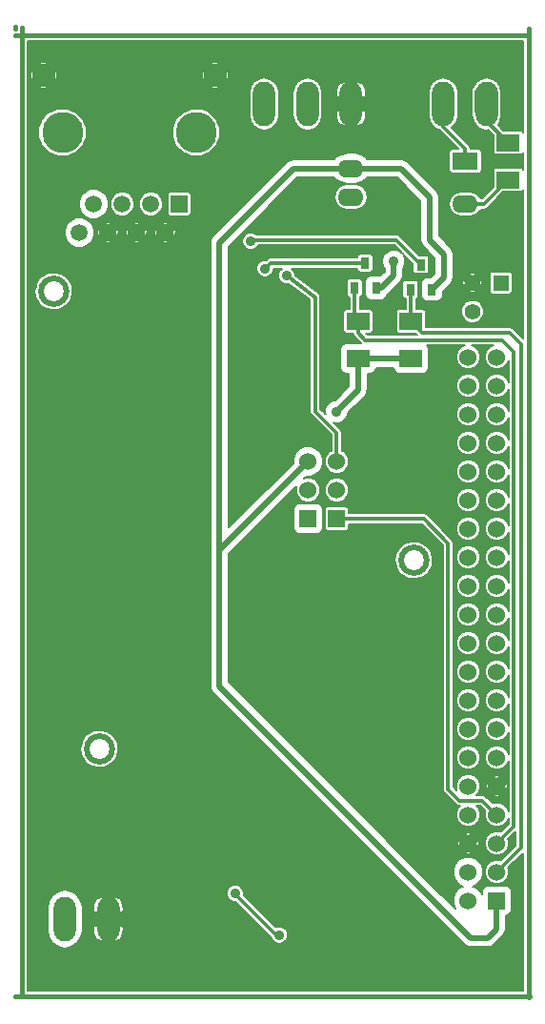
<source format=gbl>
G04 (created by PCBNEW (2013-07-07 BZR 4022)-stable) date 12/06/2018 18:13:56*
%MOIN*%
G04 Gerber Fmt 3.4, Leading zero omitted, Abs format*
%FSLAX34Y34*%
G01*
G70*
G90*
G04 APERTURE LIST*
%ADD10C,0.00590551*%
%ADD11C,0.018937*%
%ADD12C,0.015*%
%ADD13R,0.08X0.06*%
%ADD14C,0.1437*%
%ADD15R,0.0591X0.0591*%
%ADD16C,0.0591*%
%ADD17C,0.0787402*%
%ADD18R,0.0315X0.0394*%
%ADD19R,0.06X0.06*%
%ADD20C,0.06*%
%ADD21O,0.078X0.156*%
%ADD22R,0.09X0.062*%
%ADD23O,0.09X0.062*%
%ADD24R,0.055X0.055*%
%ADD25C,0.055*%
%ADD26C,0.035*%
%ADD27C,0.011811*%
%ADD28C,0.02*%
%ADD29C,0.005*%
G04 APERTURE END LIST*
G54D10*
G54D11*
X15047Y-19800D02*
G75*
G03X15047Y-19800I-447J0D01*
G74*
G01*
X16647Y-35800D02*
G75*
G03X16647Y-35800I-447J0D01*
G74*
G01*
X27647Y-29200D02*
G75*
G03X27647Y-29200I-447J0D01*
G74*
G01*
G54D12*
X13250Y-10600D02*
X13250Y-10550D01*
X31200Y-10850D02*
X13250Y-10850D01*
X13250Y-44450D02*
X31250Y-44450D01*
X31212Y-10629D02*
X31212Y-44488D01*
X13492Y-44438D02*
X13492Y-10579D01*
G54D13*
X30500Y-14600D03*
X30500Y-15900D03*
X25250Y-20850D03*
X25250Y-22150D03*
X27100Y-20850D03*
X27100Y-22150D03*
G54D14*
X14912Y-14250D03*
X19585Y-14250D03*
G54D15*
X19000Y-16750D03*
G54D16*
X18500Y-17750D03*
X18000Y-16750D03*
X17500Y-17750D03*
X17000Y-16750D03*
X16500Y-17750D03*
X16000Y-16750D03*
X15500Y-17750D03*
G54D17*
X20250Y-12250D03*
X14250Y-12250D03*
G54D18*
X25500Y-18817D03*
X25125Y-19683D03*
X25875Y-19683D03*
X27450Y-18867D03*
X27075Y-19733D03*
X27825Y-19733D03*
G54D19*
X30100Y-41100D03*
G54D20*
X29100Y-41100D03*
X30100Y-36100D03*
X29100Y-40100D03*
X30100Y-35100D03*
X29100Y-39100D03*
X30100Y-34100D03*
X29100Y-38100D03*
X30100Y-33100D03*
X29100Y-37100D03*
X30100Y-32100D03*
X29100Y-36100D03*
X30100Y-31100D03*
X29100Y-35100D03*
X30100Y-30100D03*
X29100Y-34100D03*
X30100Y-29100D03*
X29100Y-33100D03*
X30100Y-28100D03*
X29100Y-32100D03*
X30100Y-27100D03*
X29100Y-31100D03*
X30100Y-26100D03*
X29100Y-30100D03*
X29100Y-29100D03*
X30100Y-25100D03*
X29100Y-28100D03*
X29100Y-26100D03*
X29100Y-25100D03*
X29100Y-24100D03*
X29100Y-23100D03*
X30100Y-24100D03*
X30100Y-23100D03*
X30100Y-40100D03*
X30100Y-39100D03*
X30100Y-38100D03*
X30100Y-37100D03*
X30100Y-22100D03*
X29100Y-22100D03*
X29100Y-27100D03*
G54D21*
X25000Y-13250D03*
X23484Y-13250D03*
X21968Y-13250D03*
X29750Y-13250D03*
X28234Y-13250D03*
G54D19*
X24500Y-27750D03*
G54D20*
X24500Y-26750D03*
X24500Y-25750D03*
G54D19*
X23500Y-27750D03*
G54D20*
X23500Y-26750D03*
X23500Y-25750D03*
G54D22*
X29000Y-15250D03*
G54D23*
X29000Y-16750D03*
X25000Y-16500D03*
X25000Y-15500D03*
G54D21*
X15000Y-41750D03*
X16515Y-41750D03*
G54D24*
X30250Y-19500D03*
G54D25*
X29250Y-19500D03*
X29250Y-20500D03*
G54D26*
X22750Y-19250D03*
X24500Y-24000D03*
X26500Y-18750D03*
X22500Y-42300D03*
X20950Y-40850D03*
X22000Y-19000D03*
X21500Y-18050D03*
G54D27*
X27100Y-27750D02*
X27550Y-27750D01*
X29600Y-37600D02*
X30100Y-38100D01*
X28800Y-37600D02*
X29600Y-37600D01*
X28400Y-37200D02*
X28800Y-37600D01*
X28400Y-28600D02*
X28400Y-37200D01*
X27550Y-27750D02*
X28400Y-28600D01*
X27100Y-27750D02*
X24500Y-27750D01*
X24500Y-25750D02*
X24500Y-24750D01*
X24500Y-24750D02*
X23750Y-24000D01*
X23750Y-20000D02*
X22750Y-19250D01*
X23750Y-24000D02*
X23750Y-20000D01*
G54D28*
X25250Y-22150D02*
X25250Y-23250D01*
X25250Y-23250D02*
X24500Y-24000D01*
X25875Y-19683D02*
X26067Y-19683D01*
X26500Y-19250D02*
X26500Y-18750D01*
X26067Y-19683D02*
X26500Y-19250D01*
X25250Y-22150D02*
X27100Y-22150D01*
X25000Y-15500D02*
X26750Y-15500D01*
X28250Y-19308D02*
X27825Y-19733D01*
X28250Y-18500D02*
X28250Y-19308D01*
X27750Y-18000D02*
X28250Y-18500D01*
X27750Y-16500D02*
X27750Y-18000D01*
X26750Y-15500D02*
X27750Y-16500D01*
X20400Y-29250D02*
X20400Y-18100D01*
X23000Y-15500D02*
X25000Y-15500D01*
X20400Y-18100D02*
X23000Y-15500D01*
X20400Y-32850D02*
X20400Y-33600D01*
X30100Y-42100D02*
X30100Y-41100D01*
X29800Y-42400D02*
X30100Y-42100D01*
X29200Y-42400D02*
X29800Y-42400D01*
X20400Y-33600D02*
X29200Y-42400D01*
X26000Y-22150D02*
X27100Y-22150D01*
X20400Y-32850D02*
X20400Y-29250D01*
X20400Y-29250D02*
X20400Y-29000D01*
X20400Y-29000D02*
X20400Y-28850D01*
X20400Y-28850D02*
X23500Y-25750D01*
G54D27*
X29000Y-16750D02*
X29650Y-16750D01*
X29650Y-16750D02*
X30500Y-15900D01*
X29750Y-13250D02*
X29750Y-13850D01*
X29750Y-13850D02*
X30500Y-14600D01*
X29400Y-12800D02*
X29400Y-13500D01*
X29400Y-13500D02*
X30500Y-14600D01*
X29000Y-15250D02*
X29000Y-14800D01*
X28234Y-14034D02*
X28234Y-13250D01*
X29000Y-14800D02*
X28234Y-14034D01*
X20950Y-40850D02*
X20950Y-40875D01*
X22375Y-42300D02*
X22500Y-42300D01*
X20950Y-40875D02*
X22375Y-42300D01*
X25250Y-20850D02*
X25250Y-21250D01*
X25500Y-21500D02*
X27000Y-21500D01*
X25250Y-21250D02*
X25500Y-21500D01*
X25125Y-19683D02*
X25125Y-20725D01*
X25125Y-20725D02*
X25250Y-20850D01*
X30300Y-21500D02*
X30700Y-21900D01*
X27000Y-21500D02*
X30300Y-21500D01*
X30600Y-38600D02*
X30100Y-39100D01*
X30700Y-21900D02*
X30700Y-38500D01*
X30700Y-38500D02*
X30600Y-38600D01*
X25500Y-18817D02*
X22183Y-18817D01*
X22183Y-18817D02*
X22000Y-19000D01*
X22000Y-19000D02*
X22183Y-18817D01*
X30100Y-40100D02*
X30850Y-39350D01*
X30558Y-21250D02*
X27500Y-21250D01*
X30950Y-21641D02*
X30558Y-21250D01*
X30950Y-39250D02*
X30950Y-21641D01*
X30900Y-39300D02*
X30950Y-39250D01*
X30850Y-39350D02*
X30900Y-39300D01*
X27500Y-21250D02*
X27100Y-20850D01*
X27500Y-21250D02*
X27100Y-20850D01*
X27100Y-20850D02*
X27100Y-19758D01*
X27100Y-19758D02*
X27075Y-19733D01*
X26100Y-18000D02*
X26583Y-18000D01*
X26583Y-18000D02*
X27450Y-18867D01*
X21550Y-18000D02*
X26100Y-18000D01*
X21500Y-18050D02*
X21550Y-18000D01*
G54D10*
G36*
X31012Y-44250D02*
X30625Y-44250D01*
X30625Y-41355D01*
X30625Y-40755D01*
X30590Y-40672D01*
X30527Y-40609D01*
X30444Y-40575D01*
X30355Y-40574D01*
X29755Y-40574D01*
X29672Y-40609D01*
X29609Y-40672D01*
X29575Y-40755D01*
X29574Y-40844D01*
X29574Y-40874D01*
X29545Y-40803D01*
X29397Y-40655D01*
X29264Y-40599D01*
X29397Y-40545D01*
X29544Y-40397D01*
X29624Y-40204D01*
X29625Y-39996D01*
X29545Y-39803D01*
X29476Y-39734D01*
X29476Y-39036D01*
X29472Y-39014D01*
X29440Y-38971D01*
X29312Y-39100D01*
X29440Y-39228D01*
X29472Y-39185D01*
X29476Y-39036D01*
X29476Y-39734D01*
X29397Y-39655D01*
X29228Y-39584D01*
X29228Y-39440D01*
X29228Y-38759D01*
X29185Y-38727D01*
X29036Y-38723D01*
X29014Y-38727D01*
X28971Y-38759D01*
X29100Y-38887D01*
X29228Y-38759D01*
X29228Y-39440D01*
X29100Y-39312D01*
X28971Y-39440D01*
X29014Y-39472D01*
X29163Y-39476D01*
X29185Y-39472D01*
X29228Y-39440D01*
X29228Y-39584D01*
X29204Y-39575D01*
X28996Y-39574D01*
X28887Y-39619D01*
X28887Y-39100D01*
X28759Y-38971D01*
X28727Y-39014D01*
X28723Y-39163D01*
X28727Y-39185D01*
X28759Y-39228D01*
X28887Y-39100D01*
X28887Y-39619D01*
X28803Y-39654D01*
X28655Y-39802D01*
X28575Y-39995D01*
X28574Y-40203D01*
X28654Y-40397D01*
X28802Y-40544D01*
X28935Y-40600D01*
X28803Y-40654D01*
X28655Y-40802D01*
X28575Y-40995D01*
X28574Y-41203D01*
X28653Y-41393D01*
X27864Y-40604D01*
X27864Y-29195D01*
X27858Y-29110D01*
X27857Y-29109D01*
X27811Y-28942D01*
X27773Y-28865D01*
X27773Y-28865D01*
X27666Y-28727D01*
X27601Y-28671D01*
X27601Y-28671D01*
X27450Y-28584D01*
X27368Y-28557D01*
X27368Y-28557D01*
X27195Y-28535D01*
X27110Y-28542D01*
X27110Y-28542D01*
X26942Y-28588D01*
X26865Y-28626D01*
X26865Y-28626D01*
X26727Y-28733D01*
X26671Y-28798D01*
X26671Y-28798D01*
X26584Y-28949D01*
X26557Y-29031D01*
X26557Y-29031D01*
X26535Y-29204D01*
X26542Y-29289D01*
X26588Y-29457D01*
X26626Y-29534D01*
X26626Y-29534D01*
X26733Y-29672D01*
X26798Y-29728D01*
X26798Y-29728D01*
X26949Y-29815D01*
X27031Y-29842D01*
X27031Y-29842D01*
X27204Y-29864D01*
X27289Y-29858D01*
X27289Y-29857D01*
X27457Y-29811D01*
X27534Y-29773D01*
X27534Y-29773D01*
X27672Y-29666D01*
X27728Y-29601D01*
X27728Y-29601D01*
X27815Y-29450D01*
X27842Y-29368D01*
X27842Y-29368D01*
X27864Y-29195D01*
X27864Y-40604D01*
X24025Y-36765D01*
X24025Y-28005D01*
X24025Y-27405D01*
X23990Y-27322D01*
X23927Y-27259D01*
X23844Y-27225D01*
X23755Y-27224D01*
X23155Y-27224D01*
X23072Y-27259D01*
X23009Y-27322D01*
X22975Y-27405D01*
X22974Y-27494D01*
X22974Y-28094D01*
X23009Y-28177D01*
X23072Y-28240D01*
X23155Y-28274D01*
X23244Y-28275D01*
X23844Y-28275D01*
X23927Y-28240D01*
X23990Y-28177D01*
X24024Y-28094D01*
X24025Y-28005D01*
X24025Y-36765D01*
X20725Y-33465D01*
X20725Y-32850D01*
X20725Y-29250D01*
X20725Y-29000D01*
X20725Y-28984D01*
X23096Y-26612D01*
X23075Y-26665D01*
X23074Y-26834D01*
X23139Y-26990D01*
X23258Y-27110D01*
X23415Y-27174D01*
X23584Y-27175D01*
X23740Y-27110D01*
X23860Y-26991D01*
X23924Y-26834D01*
X23925Y-26665D01*
X23860Y-26509D01*
X23741Y-26389D01*
X23584Y-26325D01*
X23415Y-26324D01*
X23362Y-26346D01*
X23434Y-26274D01*
X23603Y-26275D01*
X23797Y-26195D01*
X23944Y-26047D01*
X24024Y-25854D01*
X24025Y-25646D01*
X23945Y-25453D01*
X23797Y-25305D01*
X23604Y-25225D01*
X23396Y-25224D01*
X23203Y-25304D01*
X23055Y-25452D01*
X22975Y-25645D01*
X22974Y-25815D01*
X20725Y-28065D01*
X20725Y-18234D01*
X23134Y-15825D01*
X24432Y-15825D01*
X24468Y-15878D01*
X24642Y-15994D01*
X24846Y-16035D01*
X25153Y-16035D01*
X25357Y-15994D01*
X25531Y-15878D01*
X25567Y-15825D01*
X26615Y-15825D01*
X27425Y-16634D01*
X27425Y-18000D01*
X27449Y-18124D01*
X27520Y-18229D01*
X27925Y-18634D01*
X27925Y-19173D01*
X27787Y-19310D01*
X27732Y-19310D01*
X27732Y-19039D01*
X27732Y-18645D01*
X27713Y-18599D01*
X27678Y-18564D01*
X27632Y-18545D01*
X27582Y-18544D01*
X27388Y-18544D01*
X26713Y-17869D01*
X26653Y-17829D01*
X26583Y-17815D01*
X26100Y-17815D01*
X25586Y-17815D01*
X25586Y-16500D01*
X25553Y-16333D01*
X25458Y-16192D01*
X25317Y-16098D01*
X25151Y-16065D01*
X24848Y-16065D01*
X24682Y-16098D01*
X24541Y-16192D01*
X24446Y-16333D01*
X24413Y-16500D01*
X24446Y-16666D01*
X24541Y-16807D01*
X24682Y-16901D01*
X24848Y-16935D01*
X25151Y-16935D01*
X25317Y-16901D01*
X25458Y-16807D01*
X25553Y-16666D01*
X25586Y-16500D01*
X25586Y-17815D01*
X21690Y-17815D01*
X21670Y-17795D01*
X21559Y-17750D01*
X21440Y-17749D01*
X21330Y-17795D01*
X21245Y-17879D01*
X21200Y-17990D01*
X21199Y-18109D01*
X21245Y-18219D01*
X21329Y-18304D01*
X21440Y-18349D01*
X21559Y-18350D01*
X21669Y-18304D01*
X21754Y-18220D01*
X21769Y-18184D01*
X26100Y-18184D01*
X26506Y-18184D01*
X27167Y-18844D01*
X27167Y-19088D01*
X27186Y-19134D01*
X27221Y-19169D01*
X27267Y-19188D01*
X27317Y-19189D01*
X27632Y-19189D01*
X27678Y-19170D01*
X27713Y-19134D01*
X27732Y-19088D01*
X27732Y-19039D01*
X27732Y-19310D01*
X27622Y-19310D01*
X27540Y-19345D01*
X27476Y-19408D01*
X27442Y-19491D01*
X27442Y-19580D01*
X27442Y-19974D01*
X27476Y-20057D01*
X27539Y-20120D01*
X27622Y-20154D01*
X27712Y-20155D01*
X28027Y-20155D01*
X28109Y-20120D01*
X28173Y-20057D01*
X28207Y-19974D01*
X28207Y-19885D01*
X28207Y-19810D01*
X28479Y-19537D01*
X28479Y-19537D01*
X28479Y-19537D01*
X28550Y-19432D01*
X28550Y-19432D01*
X28575Y-19308D01*
X28575Y-18500D01*
X28550Y-18375D01*
X28550Y-18375D01*
X28522Y-18333D01*
X28479Y-18270D01*
X28479Y-18270D01*
X28075Y-17865D01*
X28075Y-16500D01*
X28050Y-16375D01*
X28050Y-16375D01*
X27979Y-16270D01*
X27979Y-16270D01*
X26979Y-15270D01*
X26874Y-15199D01*
X26750Y-15175D01*
X25567Y-15175D01*
X25531Y-15121D01*
X25522Y-15115D01*
X25522Y-13555D01*
X25522Y-12944D01*
X25515Y-12737D01*
X25429Y-12549D01*
X25258Y-12473D01*
X25195Y-12458D01*
X25195Y-13025D01*
X25484Y-13025D01*
X25522Y-12944D01*
X25522Y-13555D01*
X25484Y-13475D01*
X25195Y-13475D01*
X25195Y-14041D01*
X25258Y-14026D01*
X25429Y-13950D01*
X25515Y-13762D01*
X25522Y-13555D01*
X25522Y-15115D01*
X25357Y-15005D01*
X25153Y-14965D01*
X24846Y-14965D01*
X24805Y-14973D01*
X24805Y-14041D01*
X24805Y-13475D01*
X24805Y-13025D01*
X24805Y-12458D01*
X24741Y-12473D01*
X24570Y-12549D01*
X24484Y-12737D01*
X24477Y-12944D01*
X24515Y-13025D01*
X24805Y-13025D01*
X24805Y-13475D01*
X24515Y-13475D01*
X24477Y-13555D01*
X24484Y-13762D01*
X24570Y-13950D01*
X24741Y-14026D01*
X24805Y-14041D01*
X24805Y-14973D01*
X24642Y-15005D01*
X24468Y-15121D01*
X24432Y-15175D01*
X23999Y-15175D01*
X23999Y-13657D01*
X23999Y-12842D01*
X23960Y-12645D01*
X23848Y-12478D01*
X23681Y-12366D01*
X23484Y-12327D01*
X23287Y-12366D01*
X23120Y-12478D01*
X23008Y-12645D01*
X22969Y-12842D01*
X22969Y-13657D01*
X23008Y-13854D01*
X23120Y-14021D01*
X23287Y-14133D01*
X23484Y-14172D01*
X23681Y-14133D01*
X23848Y-14021D01*
X23960Y-13854D01*
X23999Y-13657D01*
X23999Y-15175D01*
X23000Y-15175D01*
X22875Y-15199D01*
X22770Y-15270D01*
X22770Y-15270D01*
X22483Y-15556D01*
X22483Y-13657D01*
X22483Y-12842D01*
X22444Y-12645D01*
X22332Y-12478D01*
X22165Y-12366D01*
X21968Y-12327D01*
X21771Y-12366D01*
X21604Y-12478D01*
X21492Y-12645D01*
X21453Y-12842D01*
X21453Y-13657D01*
X21492Y-13854D01*
X21604Y-14021D01*
X21771Y-14133D01*
X21968Y-14172D01*
X22165Y-14133D01*
X22332Y-14021D01*
X22444Y-13854D01*
X22483Y-13657D01*
X22483Y-15556D01*
X20719Y-17321D01*
X20719Y-12160D01*
X20717Y-12153D01*
X20682Y-12095D01*
X20528Y-12250D01*
X20682Y-12404D01*
X20717Y-12346D01*
X20719Y-12160D01*
X20719Y-17321D01*
X20428Y-17611D01*
X20428Y-14082D01*
X20404Y-14023D01*
X20404Y-12682D01*
X20404Y-11817D01*
X20346Y-11782D01*
X20160Y-11780D01*
X20153Y-11782D01*
X20095Y-11817D01*
X20250Y-11971D01*
X20404Y-11817D01*
X20404Y-12682D01*
X20250Y-12528D01*
X20095Y-12682D01*
X20153Y-12717D01*
X20339Y-12719D01*
X20346Y-12717D01*
X20404Y-12682D01*
X20404Y-14023D01*
X20300Y-13772D01*
X20063Y-13535D01*
X19971Y-13497D01*
X19971Y-12250D01*
X19817Y-12095D01*
X19782Y-12153D01*
X19780Y-12339D01*
X19782Y-12346D01*
X19817Y-12404D01*
X19971Y-12250D01*
X19971Y-13497D01*
X19753Y-13406D01*
X19417Y-13406D01*
X19107Y-13534D01*
X18870Y-13771D01*
X18741Y-14081D01*
X18741Y-14417D01*
X18869Y-14727D01*
X19106Y-14964D01*
X19416Y-15093D01*
X19752Y-15093D01*
X20062Y-14965D01*
X20299Y-14728D01*
X20428Y-14418D01*
X20428Y-14082D01*
X20428Y-17611D01*
X20170Y-17870D01*
X20099Y-17975D01*
X20075Y-18100D01*
X20075Y-28850D01*
X20075Y-29000D01*
X20075Y-29250D01*
X20075Y-32850D01*
X20075Y-33600D01*
X20099Y-33724D01*
X20170Y-33829D01*
X28970Y-42629D01*
X28970Y-42629D01*
X29075Y-42700D01*
X29075Y-42700D01*
X29200Y-42725D01*
X29800Y-42725D01*
X29924Y-42700D01*
X29924Y-42700D01*
X30029Y-42629D01*
X30329Y-42329D01*
X30329Y-42329D01*
X30329Y-42329D01*
X30400Y-42224D01*
X30400Y-42224D01*
X30420Y-42124D01*
X30425Y-42100D01*
X30424Y-42100D01*
X30425Y-42100D01*
X30425Y-41625D01*
X30444Y-41625D01*
X30527Y-41590D01*
X30590Y-41527D01*
X30624Y-41444D01*
X30625Y-41355D01*
X30625Y-44250D01*
X22800Y-44250D01*
X22800Y-42240D01*
X22754Y-42130D01*
X22670Y-42045D01*
X22559Y-42000D01*
X22440Y-41999D01*
X22366Y-42030D01*
X21248Y-40913D01*
X21249Y-40909D01*
X21250Y-40790D01*
X21204Y-40680D01*
X21120Y-40595D01*
X21009Y-40550D01*
X20890Y-40549D01*
X20780Y-40595D01*
X20695Y-40679D01*
X20650Y-40790D01*
X20649Y-40909D01*
X20695Y-41019D01*
X20779Y-41104D01*
X20890Y-41149D01*
X20964Y-41150D01*
X22218Y-42403D01*
X22245Y-42469D01*
X22329Y-42554D01*
X22440Y-42599D01*
X22559Y-42600D01*
X22669Y-42554D01*
X22754Y-42470D01*
X22799Y-42359D01*
X22800Y-42240D01*
X22800Y-44250D01*
X19420Y-44250D01*
X19420Y-17020D01*
X19420Y-16429D01*
X19401Y-16383D01*
X19366Y-16348D01*
X19320Y-16329D01*
X19270Y-16329D01*
X18679Y-16329D01*
X18633Y-16348D01*
X18598Y-16383D01*
X18579Y-16429D01*
X18579Y-16479D01*
X18579Y-17070D01*
X18598Y-17116D01*
X18633Y-17151D01*
X18679Y-17170D01*
X18729Y-17170D01*
X19320Y-17170D01*
X19366Y-17151D01*
X19401Y-17116D01*
X19420Y-17070D01*
X19420Y-17020D01*
X19420Y-44250D01*
X18872Y-44250D01*
X18872Y-17687D01*
X18868Y-17665D01*
X18835Y-17623D01*
X18708Y-17750D01*
X18835Y-17876D01*
X18868Y-17834D01*
X18872Y-17687D01*
X18872Y-44250D01*
X18626Y-44250D01*
X18626Y-18085D01*
X18626Y-17414D01*
X18584Y-17381D01*
X18437Y-17377D01*
X18420Y-17380D01*
X18420Y-16666D01*
X18356Y-16512D01*
X18238Y-16393D01*
X18084Y-16329D01*
X17916Y-16329D01*
X17762Y-16393D01*
X17643Y-16511D01*
X17579Y-16665D01*
X17579Y-16833D01*
X17643Y-16987D01*
X17761Y-17106D01*
X17915Y-17170D01*
X18083Y-17170D01*
X18237Y-17106D01*
X18356Y-16988D01*
X18420Y-16834D01*
X18420Y-16666D01*
X18420Y-17380D01*
X18415Y-17381D01*
X18373Y-17414D01*
X18500Y-17541D01*
X18626Y-17414D01*
X18626Y-18085D01*
X18500Y-17958D01*
X18373Y-18085D01*
X18415Y-18118D01*
X18562Y-18122D01*
X18584Y-18118D01*
X18626Y-18085D01*
X18626Y-44250D01*
X18291Y-44250D01*
X18291Y-17750D01*
X18164Y-17623D01*
X18131Y-17665D01*
X18127Y-17812D01*
X18131Y-17834D01*
X18164Y-17876D01*
X18291Y-17750D01*
X18291Y-44250D01*
X17872Y-44250D01*
X17872Y-17687D01*
X17868Y-17665D01*
X17835Y-17623D01*
X17708Y-17750D01*
X17835Y-17876D01*
X17868Y-17834D01*
X17872Y-17687D01*
X17872Y-44250D01*
X17626Y-44250D01*
X17626Y-18085D01*
X17626Y-17414D01*
X17584Y-17381D01*
X17437Y-17377D01*
X17420Y-17380D01*
X17420Y-16666D01*
X17356Y-16512D01*
X17238Y-16393D01*
X17084Y-16329D01*
X16916Y-16329D01*
X16762Y-16393D01*
X16643Y-16511D01*
X16579Y-16665D01*
X16579Y-16833D01*
X16643Y-16987D01*
X16761Y-17106D01*
X16915Y-17170D01*
X17083Y-17170D01*
X17237Y-17106D01*
X17356Y-16988D01*
X17420Y-16834D01*
X17420Y-16666D01*
X17420Y-17380D01*
X17415Y-17381D01*
X17373Y-17414D01*
X17500Y-17541D01*
X17626Y-17414D01*
X17626Y-18085D01*
X17500Y-17958D01*
X17373Y-18085D01*
X17415Y-18118D01*
X17562Y-18122D01*
X17584Y-18118D01*
X17626Y-18085D01*
X17626Y-44250D01*
X17291Y-44250D01*
X17291Y-17750D01*
X17164Y-17623D01*
X17131Y-17665D01*
X17127Y-17812D01*
X17131Y-17834D01*
X17164Y-17876D01*
X17291Y-17750D01*
X17291Y-44250D01*
X17038Y-44250D01*
X17038Y-42055D01*
X17038Y-41444D01*
X17031Y-41237D01*
X16945Y-41049D01*
X16872Y-41017D01*
X16872Y-17687D01*
X16868Y-17665D01*
X16835Y-17623D01*
X16708Y-17750D01*
X16835Y-17876D01*
X16868Y-17834D01*
X16872Y-17687D01*
X16872Y-41017D01*
X16864Y-41013D01*
X16864Y-35804D01*
X16842Y-35631D01*
X16842Y-35631D01*
X16815Y-35549D01*
X16728Y-35398D01*
X16728Y-35398D01*
X16672Y-35333D01*
X16626Y-35297D01*
X16626Y-18085D01*
X16626Y-17414D01*
X16584Y-17381D01*
X16520Y-17379D01*
X16520Y-16646D01*
X16441Y-16455D01*
X16295Y-16308D01*
X16103Y-16229D01*
X15896Y-16229D01*
X15755Y-16287D01*
X15755Y-14082D01*
X15627Y-13772D01*
X15390Y-13535D01*
X15080Y-13406D01*
X14744Y-13406D01*
X14719Y-13416D01*
X14719Y-12160D01*
X14717Y-12153D01*
X14682Y-12095D01*
X14528Y-12250D01*
X14682Y-12404D01*
X14717Y-12346D01*
X14719Y-12160D01*
X14719Y-13416D01*
X14434Y-13534D01*
X14404Y-13565D01*
X14404Y-12682D01*
X14404Y-11817D01*
X14346Y-11782D01*
X14160Y-11780D01*
X14153Y-11782D01*
X14095Y-11817D01*
X14250Y-11971D01*
X14404Y-11817D01*
X14404Y-12682D01*
X14250Y-12528D01*
X14095Y-12682D01*
X14153Y-12717D01*
X14339Y-12719D01*
X14346Y-12717D01*
X14404Y-12682D01*
X14404Y-13565D01*
X14197Y-13771D01*
X14068Y-14081D01*
X14068Y-14417D01*
X14196Y-14727D01*
X14433Y-14964D01*
X14743Y-15093D01*
X15079Y-15093D01*
X15389Y-14965D01*
X15626Y-14728D01*
X15755Y-14418D01*
X15755Y-14082D01*
X15755Y-16287D01*
X15705Y-16308D01*
X15558Y-16454D01*
X15479Y-16646D01*
X15479Y-16853D01*
X15558Y-17044D01*
X15704Y-17191D01*
X15896Y-17270D01*
X16103Y-17270D01*
X16294Y-17191D01*
X16441Y-17045D01*
X16520Y-16853D01*
X16520Y-16646D01*
X16520Y-17379D01*
X16437Y-17377D01*
X16415Y-17381D01*
X16373Y-17414D01*
X16500Y-17541D01*
X16626Y-17414D01*
X16626Y-18085D01*
X16500Y-17958D01*
X16373Y-18085D01*
X16415Y-18118D01*
X16562Y-18122D01*
X16584Y-18118D01*
X16626Y-18085D01*
X16626Y-35297D01*
X16534Y-35226D01*
X16534Y-35226D01*
X16457Y-35188D01*
X16291Y-35142D01*
X16291Y-17750D01*
X16164Y-17623D01*
X16131Y-17665D01*
X16127Y-17812D01*
X16131Y-17834D01*
X16164Y-17876D01*
X16291Y-17750D01*
X16291Y-35142D01*
X16289Y-35142D01*
X16289Y-35141D01*
X16204Y-35135D01*
X16031Y-35157D01*
X16031Y-35157D01*
X16020Y-35161D01*
X16020Y-17646D01*
X15941Y-17455D01*
X15795Y-17308D01*
X15603Y-17229D01*
X15396Y-17229D01*
X15205Y-17308D01*
X15058Y-17454D01*
X14979Y-17646D01*
X14979Y-17853D01*
X15058Y-18044D01*
X15204Y-18191D01*
X15396Y-18270D01*
X15603Y-18270D01*
X15794Y-18191D01*
X15941Y-18045D01*
X16020Y-17853D01*
X16020Y-17646D01*
X16020Y-35161D01*
X15949Y-35184D01*
X15798Y-35271D01*
X15798Y-35271D01*
X15733Y-35327D01*
X15626Y-35465D01*
X15626Y-35465D01*
X15588Y-35542D01*
X15542Y-35710D01*
X15535Y-35795D01*
X15557Y-35968D01*
X15557Y-35968D01*
X15584Y-36050D01*
X15671Y-36201D01*
X15671Y-36201D01*
X15727Y-36266D01*
X15865Y-36373D01*
X15865Y-36373D01*
X15942Y-36411D01*
X16110Y-36457D01*
X16110Y-36457D01*
X16195Y-36464D01*
X16368Y-36442D01*
X16368Y-36442D01*
X16450Y-36415D01*
X16601Y-36328D01*
X16601Y-36328D01*
X16666Y-36272D01*
X16773Y-36134D01*
X16773Y-36134D01*
X16811Y-36057D01*
X16857Y-35890D01*
X16858Y-35889D01*
X16864Y-35804D01*
X16864Y-41013D01*
X16774Y-40973D01*
X16710Y-40958D01*
X16710Y-41525D01*
X17000Y-41525D01*
X17038Y-41444D01*
X17038Y-42055D01*
X17000Y-41975D01*
X16710Y-41975D01*
X16710Y-42541D01*
X16774Y-42526D01*
X16945Y-42450D01*
X17031Y-42262D01*
X17038Y-42055D01*
X17038Y-44250D01*
X16320Y-44250D01*
X16320Y-42541D01*
X16320Y-41975D01*
X16320Y-41525D01*
X16320Y-40958D01*
X16257Y-40973D01*
X16086Y-41049D01*
X16000Y-41237D01*
X15992Y-41444D01*
X16031Y-41525D01*
X16320Y-41525D01*
X16320Y-41975D01*
X16031Y-41975D01*
X15992Y-42055D01*
X16000Y-42262D01*
X16086Y-42450D01*
X16257Y-42526D01*
X16320Y-42541D01*
X16320Y-44250D01*
X15615Y-44250D01*
X15615Y-42159D01*
X15615Y-41340D01*
X15568Y-41104D01*
X15434Y-40905D01*
X15264Y-40791D01*
X15264Y-19804D01*
X15242Y-19631D01*
X15242Y-19631D01*
X15215Y-19549D01*
X15128Y-19398D01*
X15128Y-19398D01*
X15072Y-19333D01*
X14934Y-19226D01*
X14934Y-19226D01*
X14857Y-19188D01*
X14689Y-19142D01*
X14689Y-19141D01*
X14604Y-19135D01*
X14431Y-19157D01*
X14431Y-19157D01*
X14349Y-19184D01*
X14198Y-19271D01*
X14198Y-19271D01*
X14133Y-19327D01*
X14026Y-19465D01*
X14026Y-19465D01*
X13988Y-19542D01*
X13971Y-19602D01*
X13971Y-12250D01*
X13817Y-12095D01*
X13782Y-12153D01*
X13780Y-12339D01*
X13782Y-12346D01*
X13817Y-12404D01*
X13971Y-12250D01*
X13971Y-19602D01*
X13942Y-19710D01*
X13935Y-19795D01*
X13957Y-19968D01*
X13957Y-19968D01*
X13984Y-20050D01*
X14071Y-20201D01*
X14071Y-20201D01*
X14127Y-20266D01*
X14265Y-20373D01*
X14265Y-20373D01*
X14342Y-20411D01*
X14510Y-20457D01*
X14510Y-20457D01*
X14595Y-20464D01*
X14768Y-20442D01*
X14768Y-20442D01*
X14850Y-20415D01*
X15001Y-20328D01*
X15001Y-20328D01*
X15066Y-20272D01*
X15173Y-20134D01*
X15173Y-20134D01*
X15211Y-20057D01*
X15257Y-19890D01*
X15258Y-19889D01*
X15264Y-19804D01*
X15264Y-40791D01*
X15235Y-40772D01*
X15000Y-40725D01*
X14764Y-40772D01*
X14565Y-40905D01*
X14431Y-41104D01*
X14385Y-41340D01*
X14385Y-42159D01*
X14431Y-42395D01*
X14565Y-42594D01*
X14764Y-42727D01*
X15000Y-42774D01*
X15235Y-42727D01*
X15434Y-42594D01*
X15568Y-42395D01*
X15615Y-42159D01*
X15615Y-44250D01*
X13692Y-44250D01*
X13692Y-11050D01*
X31012Y-11050D01*
X31012Y-14244D01*
X31006Y-14229D01*
X30970Y-14194D01*
X30924Y-14175D01*
X30875Y-14174D01*
X30335Y-14174D01*
X30141Y-13981D01*
X30141Y-13981D01*
X30225Y-13854D01*
X30265Y-13657D01*
X30265Y-12842D01*
X30225Y-12645D01*
X30114Y-12478D01*
X29947Y-12366D01*
X29750Y-12327D01*
X29552Y-12366D01*
X29385Y-12478D01*
X29274Y-12645D01*
X29269Y-12671D01*
X29229Y-12729D01*
X29215Y-12800D01*
X29215Y-13500D01*
X29229Y-13570D01*
X29235Y-13577D01*
X29235Y-13657D01*
X29274Y-13854D01*
X29385Y-14021D01*
X29552Y-14133D01*
X29750Y-14172D01*
X29802Y-14162D01*
X29802Y-14162D01*
X29974Y-14335D01*
X29974Y-14924D01*
X29993Y-14970D01*
X30029Y-15005D01*
X30075Y-15024D01*
X30124Y-15025D01*
X30924Y-15025D01*
X30970Y-15006D01*
X31005Y-14970D01*
X31012Y-14955D01*
X31012Y-15544D01*
X31006Y-15529D01*
X30970Y-15494D01*
X30924Y-15475D01*
X30875Y-15474D01*
X30075Y-15474D01*
X30029Y-15493D01*
X29994Y-15529D01*
X29975Y-15575D01*
X29974Y-15624D01*
X29974Y-16164D01*
X29575Y-16564D01*
X29575Y-15535D01*
X29575Y-14915D01*
X29556Y-14869D01*
X29520Y-14834D01*
X29474Y-14815D01*
X29425Y-14814D01*
X29184Y-14814D01*
X29184Y-14800D01*
X29170Y-14729D01*
X29130Y-14669D01*
X29130Y-14669D01*
X28528Y-14068D01*
X28598Y-14021D01*
X28710Y-13854D01*
X28749Y-13657D01*
X28749Y-12842D01*
X28710Y-12645D01*
X28598Y-12478D01*
X28431Y-12366D01*
X28234Y-12327D01*
X28037Y-12366D01*
X27870Y-12478D01*
X27758Y-12645D01*
X27719Y-12842D01*
X27719Y-13657D01*
X27758Y-13854D01*
X27870Y-14021D01*
X28037Y-14133D01*
X28090Y-14144D01*
X28104Y-14164D01*
X28754Y-14814D01*
X28525Y-14814D01*
X28479Y-14833D01*
X28444Y-14869D01*
X28425Y-14915D01*
X28424Y-14964D01*
X28424Y-15584D01*
X28443Y-15630D01*
X28479Y-15665D01*
X28525Y-15684D01*
X28574Y-15685D01*
X29474Y-15685D01*
X29520Y-15666D01*
X29555Y-15630D01*
X29574Y-15584D01*
X29575Y-15535D01*
X29575Y-16564D01*
X29573Y-16565D01*
X29541Y-16565D01*
X29458Y-16442D01*
X29317Y-16348D01*
X29151Y-16315D01*
X28848Y-16315D01*
X28682Y-16348D01*
X28541Y-16442D01*
X28446Y-16583D01*
X28413Y-16750D01*
X28446Y-16916D01*
X28541Y-17057D01*
X28682Y-17151D01*
X28848Y-17185D01*
X29151Y-17185D01*
X29317Y-17151D01*
X29458Y-17057D01*
X29541Y-16934D01*
X29650Y-16934D01*
X29650Y-16934D01*
X29720Y-16920D01*
X29720Y-16920D01*
X29780Y-16880D01*
X30335Y-16325D01*
X30924Y-16325D01*
X30970Y-16306D01*
X31005Y-16270D01*
X31012Y-16255D01*
X31012Y-21443D01*
X30688Y-21119D01*
X30650Y-21094D01*
X30650Y-19750D01*
X30650Y-19200D01*
X30631Y-19154D01*
X30595Y-19119D01*
X30549Y-19100D01*
X30500Y-19099D01*
X29950Y-19099D01*
X29904Y-19118D01*
X29869Y-19154D01*
X29850Y-19200D01*
X29849Y-19249D01*
X29849Y-19799D01*
X29868Y-19845D01*
X29904Y-19880D01*
X29950Y-19899D01*
X29999Y-19900D01*
X30549Y-19900D01*
X30595Y-19881D01*
X30630Y-19845D01*
X30649Y-19799D01*
X30650Y-19750D01*
X30650Y-21094D01*
X30628Y-21079D01*
X30558Y-21065D01*
X29650Y-21065D01*
X29650Y-20420D01*
X29602Y-20305D01*
X29602Y-19443D01*
X29597Y-19417D01*
X29565Y-19378D01*
X29444Y-19500D01*
X29565Y-19621D01*
X29597Y-19582D01*
X29602Y-19443D01*
X29602Y-20305D01*
X29589Y-20273D01*
X29476Y-20161D01*
X29371Y-20117D01*
X29371Y-19815D01*
X29371Y-19184D01*
X29332Y-19152D01*
X29193Y-19147D01*
X29167Y-19152D01*
X29128Y-19184D01*
X29250Y-19305D01*
X29371Y-19184D01*
X29371Y-19815D01*
X29250Y-19694D01*
X29128Y-19815D01*
X29167Y-19847D01*
X29306Y-19852D01*
X29332Y-19847D01*
X29371Y-19815D01*
X29371Y-20117D01*
X29329Y-20100D01*
X29170Y-20099D01*
X29055Y-20147D01*
X29055Y-19500D01*
X28934Y-19378D01*
X28902Y-19417D01*
X28897Y-19556D01*
X28902Y-19582D01*
X28934Y-19621D01*
X29055Y-19500D01*
X29055Y-20147D01*
X29023Y-20160D01*
X28911Y-20273D01*
X28850Y-20420D01*
X28849Y-20579D01*
X28910Y-20726D01*
X29023Y-20838D01*
X29170Y-20899D01*
X29329Y-20900D01*
X29476Y-20839D01*
X29588Y-20726D01*
X29649Y-20579D01*
X29650Y-20420D01*
X29650Y-21065D01*
X27625Y-21065D01*
X27625Y-20525D01*
X27606Y-20479D01*
X27570Y-20444D01*
X27524Y-20425D01*
X27475Y-20424D01*
X27284Y-20424D01*
X27284Y-20043D01*
X27303Y-20036D01*
X27338Y-20000D01*
X27357Y-19954D01*
X27357Y-19905D01*
X27357Y-19511D01*
X27338Y-19465D01*
X27303Y-19430D01*
X27257Y-19411D01*
X27207Y-19410D01*
X26900Y-19410D01*
X26900Y-18670D01*
X26839Y-18523D01*
X26726Y-18411D01*
X26579Y-18350D01*
X26420Y-18349D01*
X26273Y-18410D01*
X26161Y-18523D01*
X26100Y-18670D01*
X26099Y-18829D01*
X26160Y-18976D01*
X26175Y-18990D01*
X26175Y-19115D01*
X26029Y-19260D01*
X25987Y-19260D01*
X25672Y-19260D01*
X25590Y-19295D01*
X25526Y-19358D01*
X25492Y-19441D01*
X25492Y-19530D01*
X25492Y-19924D01*
X25526Y-20007D01*
X25589Y-20070D01*
X25672Y-20104D01*
X25762Y-20105D01*
X26077Y-20105D01*
X26159Y-20070D01*
X26223Y-20007D01*
X26249Y-19944D01*
X26296Y-19912D01*
X26729Y-19479D01*
X26729Y-19479D01*
X26729Y-19479D01*
X26800Y-19374D01*
X26800Y-19374D01*
X26825Y-19250D01*
X26825Y-18990D01*
X26838Y-18976D01*
X26899Y-18829D01*
X26900Y-18670D01*
X26900Y-19410D01*
X26892Y-19410D01*
X26846Y-19429D01*
X26811Y-19465D01*
X26792Y-19511D01*
X26792Y-19560D01*
X26792Y-19954D01*
X26811Y-20000D01*
X26846Y-20035D01*
X26892Y-20054D01*
X26915Y-20054D01*
X26915Y-20424D01*
X26675Y-20424D01*
X26629Y-20443D01*
X26594Y-20479D01*
X26575Y-20525D01*
X26574Y-20574D01*
X26574Y-21174D01*
X26593Y-21220D01*
X26629Y-21255D01*
X26675Y-21274D01*
X26724Y-21275D01*
X27264Y-21275D01*
X27305Y-21315D01*
X27000Y-21315D01*
X25576Y-21315D01*
X25535Y-21275D01*
X25674Y-21275D01*
X25720Y-21256D01*
X25755Y-21220D01*
X25774Y-21174D01*
X25775Y-21125D01*
X25775Y-20525D01*
X25756Y-20479D01*
X25720Y-20444D01*
X25674Y-20425D01*
X25625Y-20424D01*
X25309Y-20424D01*
X25309Y-20004D01*
X25353Y-19986D01*
X25388Y-19950D01*
X25407Y-19904D01*
X25407Y-19855D01*
X25407Y-19461D01*
X25388Y-19415D01*
X25353Y-19380D01*
X25307Y-19361D01*
X25257Y-19360D01*
X24942Y-19360D01*
X24896Y-19379D01*
X24861Y-19415D01*
X24842Y-19461D01*
X24842Y-19510D01*
X24842Y-19904D01*
X24861Y-19950D01*
X24896Y-19985D01*
X24940Y-20004D01*
X24940Y-20424D01*
X24825Y-20424D01*
X24779Y-20443D01*
X24744Y-20479D01*
X24725Y-20525D01*
X24724Y-20574D01*
X24724Y-21174D01*
X24743Y-21220D01*
X24779Y-21255D01*
X24825Y-21274D01*
X24874Y-21275D01*
X25070Y-21275D01*
X25079Y-21320D01*
X25119Y-21380D01*
X25364Y-21624D01*
X24805Y-21624D01*
X24722Y-21659D01*
X24659Y-21722D01*
X24625Y-21805D01*
X24624Y-21894D01*
X24624Y-22494D01*
X24659Y-22577D01*
X24722Y-22640D01*
X24805Y-22674D01*
X24894Y-22675D01*
X24925Y-22675D01*
X24925Y-23115D01*
X24440Y-23599D01*
X24420Y-23599D01*
X24273Y-23660D01*
X24161Y-23773D01*
X24100Y-23920D01*
X24099Y-24079D01*
X24107Y-24096D01*
X23934Y-23923D01*
X23934Y-20000D01*
X23931Y-19985D01*
X23931Y-19974D01*
X23925Y-19956D01*
X23920Y-19929D01*
X23911Y-19916D01*
X23908Y-19906D01*
X23895Y-19892D01*
X23880Y-19869D01*
X23867Y-19861D01*
X23860Y-19853D01*
X23050Y-19245D01*
X23050Y-19190D01*
X23004Y-19080D01*
X22925Y-19001D01*
X25217Y-19001D01*
X25217Y-19038D01*
X25236Y-19084D01*
X25271Y-19119D01*
X25317Y-19138D01*
X25367Y-19139D01*
X25682Y-19139D01*
X25728Y-19120D01*
X25763Y-19084D01*
X25782Y-19038D01*
X25782Y-18989D01*
X25782Y-18595D01*
X25763Y-18549D01*
X25728Y-18514D01*
X25682Y-18495D01*
X25632Y-18494D01*
X25317Y-18494D01*
X25271Y-18513D01*
X25236Y-18549D01*
X25217Y-18595D01*
X25217Y-18632D01*
X22183Y-18632D01*
X22112Y-18646D01*
X22052Y-18686D01*
X22039Y-18700D01*
X21940Y-18699D01*
X21830Y-18745D01*
X21745Y-18829D01*
X21700Y-18940D01*
X21699Y-19059D01*
X21745Y-19169D01*
X21829Y-19254D01*
X21940Y-19299D01*
X22059Y-19300D01*
X22169Y-19254D01*
X22254Y-19170D01*
X22299Y-19059D01*
X22299Y-19001D01*
X22574Y-19001D01*
X22495Y-19079D01*
X22450Y-19190D01*
X22449Y-19309D01*
X22495Y-19419D01*
X22579Y-19504D01*
X22690Y-19549D01*
X22809Y-19550D01*
X22831Y-19541D01*
X23565Y-20092D01*
X23565Y-24000D01*
X23579Y-24070D01*
X23619Y-24130D01*
X24315Y-24826D01*
X24315Y-25366D01*
X24259Y-25389D01*
X24139Y-25508D01*
X24075Y-25665D01*
X24074Y-25834D01*
X24139Y-25990D01*
X24258Y-26110D01*
X24415Y-26174D01*
X24584Y-26175D01*
X24740Y-26110D01*
X24860Y-25991D01*
X24924Y-25834D01*
X24925Y-25665D01*
X24860Y-25509D01*
X24741Y-25389D01*
X24684Y-25366D01*
X24684Y-24750D01*
X24684Y-24749D01*
X24670Y-24679D01*
X24630Y-24619D01*
X24630Y-24619D01*
X24403Y-24392D01*
X24420Y-24399D01*
X24579Y-24400D01*
X24726Y-24339D01*
X24838Y-24226D01*
X24899Y-24079D01*
X24899Y-24059D01*
X25479Y-23479D01*
X25479Y-23479D01*
X25479Y-23479D01*
X25550Y-23374D01*
X25550Y-23374D01*
X25570Y-23274D01*
X25575Y-23250D01*
X25574Y-23250D01*
X25575Y-23250D01*
X25575Y-22675D01*
X25694Y-22675D01*
X25777Y-22640D01*
X25840Y-22577D01*
X25874Y-22494D01*
X25874Y-22475D01*
X26000Y-22475D01*
X26474Y-22475D01*
X26474Y-22494D01*
X26509Y-22577D01*
X26572Y-22640D01*
X26655Y-22674D01*
X26744Y-22675D01*
X27544Y-22675D01*
X27627Y-22640D01*
X27690Y-22577D01*
X27724Y-22494D01*
X27725Y-22405D01*
X27725Y-21805D01*
X27690Y-21722D01*
X27652Y-21684D01*
X28993Y-21684D01*
X28859Y-21739D01*
X28739Y-21858D01*
X28675Y-22015D01*
X28674Y-22184D01*
X28739Y-22340D01*
X28858Y-22460D01*
X29015Y-22524D01*
X29184Y-22525D01*
X29340Y-22460D01*
X29460Y-22341D01*
X29524Y-22184D01*
X29525Y-22015D01*
X29460Y-21859D01*
X29341Y-21739D01*
X29206Y-21684D01*
X29993Y-21684D01*
X29859Y-21739D01*
X29739Y-21858D01*
X29675Y-22015D01*
X29674Y-22184D01*
X29739Y-22340D01*
X29858Y-22460D01*
X30015Y-22524D01*
X30184Y-22525D01*
X30340Y-22460D01*
X30460Y-22341D01*
X30515Y-22206D01*
X30515Y-22993D01*
X30460Y-22859D01*
X30341Y-22739D01*
X30184Y-22675D01*
X30015Y-22674D01*
X29859Y-22739D01*
X29739Y-22858D01*
X29675Y-23015D01*
X29674Y-23184D01*
X29739Y-23340D01*
X29858Y-23460D01*
X30015Y-23524D01*
X30184Y-23525D01*
X30340Y-23460D01*
X30460Y-23341D01*
X30515Y-23206D01*
X30515Y-23993D01*
X30460Y-23859D01*
X30341Y-23739D01*
X30184Y-23675D01*
X30015Y-23674D01*
X29859Y-23739D01*
X29739Y-23858D01*
X29675Y-24015D01*
X29674Y-24184D01*
X29739Y-24340D01*
X29858Y-24460D01*
X30015Y-24524D01*
X30184Y-24525D01*
X30340Y-24460D01*
X30460Y-24341D01*
X30515Y-24206D01*
X30515Y-24993D01*
X30460Y-24859D01*
X30341Y-24739D01*
X30184Y-24675D01*
X30015Y-24674D01*
X29859Y-24739D01*
X29739Y-24858D01*
X29675Y-25015D01*
X29674Y-25184D01*
X29739Y-25340D01*
X29858Y-25460D01*
X30015Y-25524D01*
X30184Y-25525D01*
X30340Y-25460D01*
X30460Y-25341D01*
X30515Y-25206D01*
X30515Y-25993D01*
X30460Y-25859D01*
X30341Y-25739D01*
X30184Y-25675D01*
X30015Y-25674D01*
X29859Y-25739D01*
X29739Y-25858D01*
X29675Y-26015D01*
X29674Y-26184D01*
X29739Y-26340D01*
X29858Y-26460D01*
X30015Y-26524D01*
X30184Y-26525D01*
X30340Y-26460D01*
X30460Y-26341D01*
X30515Y-26206D01*
X30515Y-26993D01*
X30460Y-26859D01*
X30341Y-26739D01*
X30184Y-26675D01*
X30015Y-26674D01*
X29859Y-26739D01*
X29739Y-26858D01*
X29675Y-27015D01*
X29674Y-27184D01*
X29739Y-27340D01*
X29858Y-27460D01*
X30015Y-27524D01*
X30184Y-27525D01*
X30340Y-27460D01*
X30460Y-27341D01*
X30515Y-27206D01*
X30515Y-27993D01*
X30460Y-27859D01*
X30341Y-27739D01*
X30184Y-27675D01*
X30015Y-27674D01*
X29859Y-27739D01*
X29739Y-27858D01*
X29675Y-28015D01*
X29674Y-28184D01*
X29739Y-28340D01*
X29858Y-28460D01*
X30015Y-28524D01*
X30184Y-28525D01*
X30340Y-28460D01*
X30460Y-28341D01*
X30515Y-28206D01*
X30515Y-28993D01*
X30460Y-28859D01*
X30341Y-28739D01*
X30184Y-28675D01*
X30015Y-28674D01*
X29859Y-28739D01*
X29739Y-28858D01*
X29675Y-29015D01*
X29674Y-29184D01*
X29739Y-29340D01*
X29858Y-29460D01*
X30015Y-29524D01*
X30184Y-29525D01*
X30340Y-29460D01*
X30460Y-29341D01*
X30515Y-29206D01*
X30515Y-29993D01*
X30460Y-29859D01*
X30341Y-29739D01*
X30184Y-29675D01*
X30015Y-29674D01*
X29859Y-29739D01*
X29739Y-29858D01*
X29675Y-30015D01*
X29674Y-30184D01*
X29739Y-30340D01*
X29858Y-30460D01*
X30015Y-30524D01*
X30184Y-30525D01*
X30340Y-30460D01*
X30460Y-30341D01*
X30515Y-30206D01*
X30515Y-30993D01*
X30460Y-30859D01*
X30341Y-30739D01*
X30184Y-30675D01*
X30015Y-30674D01*
X29859Y-30739D01*
X29739Y-30858D01*
X29675Y-31015D01*
X29674Y-31184D01*
X29739Y-31340D01*
X29858Y-31460D01*
X30015Y-31524D01*
X30184Y-31525D01*
X30340Y-31460D01*
X30460Y-31341D01*
X30515Y-31206D01*
X30515Y-31993D01*
X30460Y-31859D01*
X30341Y-31739D01*
X30184Y-31675D01*
X30015Y-31674D01*
X29859Y-31739D01*
X29739Y-31858D01*
X29675Y-32015D01*
X29674Y-32184D01*
X29739Y-32340D01*
X29858Y-32460D01*
X30015Y-32524D01*
X30184Y-32525D01*
X30340Y-32460D01*
X30460Y-32341D01*
X30515Y-32206D01*
X30515Y-32993D01*
X30460Y-32859D01*
X30341Y-32739D01*
X30184Y-32675D01*
X30015Y-32674D01*
X29859Y-32739D01*
X29739Y-32858D01*
X29675Y-33015D01*
X29674Y-33184D01*
X29739Y-33340D01*
X29858Y-33460D01*
X30015Y-33524D01*
X30184Y-33525D01*
X30340Y-33460D01*
X30460Y-33341D01*
X30515Y-33206D01*
X30515Y-33993D01*
X30460Y-33859D01*
X30341Y-33739D01*
X30184Y-33675D01*
X30015Y-33674D01*
X29859Y-33739D01*
X29739Y-33858D01*
X29675Y-34015D01*
X29674Y-34184D01*
X29739Y-34340D01*
X29858Y-34460D01*
X30015Y-34524D01*
X30184Y-34525D01*
X30340Y-34460D01*
X30460Y-34341D01*
X30515Y-34206D01*
X30515Y-34993D01*
X30460Y-34859D01*
X30341Y-34739D01*
X30184Y-34675D01*
X30015Y-34674D01*
X29859Y-34739D01*
X29739Y-34858D01*
X29675Y-35015D01*
X29674Y-35184D01*
X29739Y-35340D01*
X29858Y-35460D01*
X30015Y-35524D01*
X30184Y-35525D01*
X30340Y-35460D01*
X30460Y-35341D01*
X30515Y-35206D01*
X30515Y-35993D01*
X30460Y-35859D01*
X30341Y-35739D01*
X30184Y-35675D01*
X30015Y-35674D01*
X29859Y-35739D01*
X29739Y-35858D01*
X29675Y-36015D01*
X29674Y-36184D01*
X29739Y-36340D01*
X29858Y-36460D01*
X30015Y-36524D01*
X30184Y-36525D01*
X30340Y-36460D01*
X30460Y-36341D01*
X30515Y-36206D01*
X30515Y-37993D01*
X30476Y-37899D01*
X30476Y-37036D01*
X30472Y-37014D01*
X30440Y-36971D01*
X30312Y-37100D01*
X30440Y-37228D01*
X30472Y-37185D01*
X30476Y-37036D01*
X30476Y-37899D01*
X30460Y-37859D01*
X30341Y-37739D01*
X30228Y-37693D01*
X30228Y-37440D01*
X30228Y-36759D01*
X30185Y-36727D01*
X30036Y-36723D01*
X30014Y-36727D01*
X29971Y-36759D01*
X30100Y-36887D01*
X30228Y-36759D01*
X30228Y-37440D01*
X30100Y-37312D01*
X29971Y-37440D01*
X30014Y-37472D01*
X30163Y-37476D01*
X30185Y-37472D01*
X30228Y-37440D01*
X30228Y-37693D01*
X30184Y-37675D01*
X30015Y-37674D01*
X29958Y-37698D01*
X29887Y-37627D01*
X29887Y-37100D01*
X29759Y-36971D01*
X29727Y-37014D01*
X29723Y-37163D01*
X29727Y-37185D01*
X29759Y-37228D01*
X29887Y-37100D01*
X29887Y-37627D01*
X29730Y-37469D01*
X29670Y-37429D01*
X29600Y-37415D01*
X29385Y-37415D01*
X29460Y-37341D01*
X29524Y-37184D01*
X29525Y-37015D01*
X29525Y-36015D01*
X29525Y-35015D01*
X29525Y-34015D01*
X29525Y-33015D01*
X29525Y-32015D01*
X29525Y-31015D01*
X29525Y-30015D01*
X29525Y-29015D01*
X29525Y-28015D01*
X29525Y-27015D01*
X29525Y-26015D01*
X29525Y-25015D01*
X29525Y-24015D01*
X29525Y-23015D01*
X29460Y-22859D01*
X29341Y-22739D01*
X29184Y-22675D01*
X29015Y-22674D01*
X28859Y-22739D01*
X28739Y-22858D01*
X28675Y-23015D01*
X28674Y-23184D01*
X28739Y-23340D01*
X28858Y-23460D01*
X29015Y-23524D01*
X29184Y-23525D01*
X29340Y-23460D01*
X29460Y-23341D01*
X29524Y-23184D01*
X29525Y-23015D01*
X29525Y-24015D01*
X29460Y-23859D01*
X29341Y-23739D01*
X29184Y-23675D01*
X29015Y-23674D01*
X28859Y-23739D01*
X28739Y-23858D01*
X28675Y-24015D01*
X28674Y-24184D01*
X28739Y-24340D01*
X28858Y-24460D01*
X29015Y-24524D01*
X29184Y-24525D01*
X29340Y-24460D01*
X29460Y-24341D01*
X29524Y-24184D01*
X29525Y-24015D01*
X29525Y-25015D01*
X29460Y-24859D01*
X29341Y-24739D01*
X29184Y-24675D01*
X29015Y-24674D01*
X28859Y-24739D01*
X28739Y-24858D01*
X28675Y-25015D01*
X28674Y-25184D01*
X28739Y-25340D01*
X28858Y-25460D01*
X29015Y-25524D01*
X29184Y-25525D01*
X29340Y-25460D01*
X29460Y-25341D01*
X29524Y-25184D01*
X29525Y-25015D01*
X29525Y-26015D01*
X29460Y-25859D01*
X29341Y-25739D01*
X29184Y-25675D01*
X29015Y-25674D01*
X28859Y-25739D01*
X28739Y-25858D01*
X28675Y-26015D01*
X28674Y-26184D01*
X28739Y-26340D01*
X28858Y-26460D01*
X29015Y-26524D01*
X29184Y-26525D01*
X29340Y-26460D01*
X29460Y-26341D01*
X29524Y-26184D01*
X29525Y-26015D01*
X29525Y-27015D01*
X29460Y-26859D01*
X29341Y-26739D01*
X29184Y-26675D01*
X29015Y-26674D01*
X28859Y-26739D01*
X28739Y-26858D01*
X28675Y-27015D01*
X28674Y-27184D01*
X28739Y-27340D01*
X28858Y-27460D01*
X29015Y-27524D01*
X29184Y-27525D01*
X29340Y-27460D01*
X29460Y-27341D01*
X29524Y-27184D01*
X29525Y-27015D01*
X29525Y-28015D01*
X29460Y-27859D01*
X29341Y-27739D01*
X29184Y-27675D01*
X29015Y-27674D01*
X28859Y-27739D01*
X28739Y-27858D01*
X28675Y-28015D01*
X28674Y-28184D01*
X28739Y-28340D01*
X28858Y-28460D01*
X29015Y-28524D01*
X29184Y-28525D01*
X29340Y-28460D01*
X29460Y-28341D01*
X29524Y-28184D01*
X29525Y-28015D01*
X29525Y-29015D01*
X29460Y-28859D01*
X29341Y-28739D01*
X29184Y-28675D01*
X29015Y-28674D01*
X28859Y-28739D01*
X28739Y-28858D01*
X28675Y-29015D01*
X28674Y-29184D01*
X28739Y-29340D01*
X28858Y-29460D01*
X29015Y-29524D01*
X29184Y-29525D01*
X29340Y-29460D01*
X29460Y-29341D01*
X29524Y-29184D01*
X29525Y-29015D01*
X29525Y-30015D01*
X29460Y-29859D01*
X29341Y-29739D01*
X29184Y-29675D01*
X29015Y-29674D01*
X28859Y-29739D01*
X28739Y-29858D01*
X28675Y-30015D01*
X28674Y-30184D01*
X28739Y-30340D01*
X28858Y-30460D01*
X29015Y-30524D01*
X29184Y-30525D01*
X29340Y-30460D01*
X29460Y-30341D01*
X29524Y-30184D01*
X29525Y-30015D01*
X29525Y-31015D01*
X29460Y-30859D01*
X29341Y-30739D01*
X29184Y-30675D01*
X29015Y-30674D01*
X28859Y-30739D01*
X28739Y-30858D01*
X28675Y-31015D01*
X28674Y-31184D01*
X28739Y-31340D01*
X28858Y-31460D01*
X29015Y-31524D01*
X29184Y-31525D01*
X29340Y-31460D01*
X29460Y-31341D01*
X29524Y-31184D01*
X29525Y-31015D01*
X29525Y-32015D01*
X29460Y-31859D01*
X29341Y-31739D01*
X29184Y-31675D01*
X29015Y-31674D01*
X28859Y-31739D01*
X28739Y-31858D01*
X28675Y-32015D01*
X28674Y-32184D01*
X28739Y-32340D01*
X28858Y-32460D01*
X29015Y-32524D01*
X29184Y-32525D01*
X29340Y-32460D01*
X29460Y-32341D01*
X29524Y-32184D01*
X29525Y-32015D01*
X29525Y-33015D01*
X29460Y-32859D01*
X29341Y-32739D01*
X29184Y-32675D01*
X29015Y-32674D01*
X28859Y-32739D01*
X28739Y-32858D01*
X28675Y-33015D01*
X28674Y-33184D01*
X28739Y-33340D01*
X28858Y-33460D01*
X29015Y-33524D01*
X29184Y-33525D01*
X29340Y-33460D01*
X29460Y-33341D01*
X29524Y-33184D01*
X29525Y-33015D01*
X29525Y-34015D01*
X29460Y-33859D01*
X29341Y-33739D01*
X29184Y-33675D01*
X29015Y-33674D01*
X28859Y-33739D01*
X28739Y-33858D01*
X28675Y-34015D01*
X28674Y-34184D01*
X28739Y-34340D01*
X28858Y-34460D01*
X29015Y-34524D01*
X29184Y-34525D01*
X29340Y-34460D01*
X29460Y-34341D01*
X29524Y-34184D01*
X29525Y-34015D01*
X29525Y-35015D01*
X29460Y-34859D01*
X29341Y-34739D01*
X29184Y-34675D01*
X29015Y-34674D01*
X28859Y-34739D01*
X28739Y-34858D01*
X28675Y-35015D01*
X28674Y-35184D01*
X28739Y-35340D01*
X28858Y-35460D01*
X29015Y-35524D01*
X29184Y-35525D01*
X29340Y-35460D01*
X29460Y-35341D01*
X29524Y-35184D01*
X29525Y-35015D01*
X29525Y-36015D01*
X29460Y-35859D01*
X29341Y-35739D01*
X29184Y-35675D01*
X29015Y-35674D01*
X28859Y-35739D01*
X28739Y-35858D01*
X28675Y-36015D01*
X28674Y-36184D01*
X28739Y-36340D01*
X28858Y-36460D01*
X29015Y-36524D01*
X29184Y-36525D01*
X29340Y-36460D01*
X29460Y-36341D01*
X29524Y-36184D01*
X29525Y-36015D01*
X29525Y-37015D01*
X29460Y-36859D01*
X29341Y-36739D01*
X29184Y-36675D01*
X29015Y-36674D01*
X28859Y-36739D01*
X28739Y-36858D01*
X28675Y-37015D01*
X28674Y-37184D01*
X28696Y-37236D01*
X28584Y-37123D01*
X28584Y-28600D01*
X28570Y-28529D01*
X28570Y-28529D01*
X28530Y-28469D01*
X27680Y-27619D01*
X27620Y-27579D01*
X27550Y-27565D01*
X27100Y-27565D01*
X24925Y-27565D01*
X24925Y-26665D01*
X24860Y-26509D01*
X24741Y-26389D01*
X24584Y-26325D01*
X24415Y-26324D01*
X24259Y-26389D01*
X24139Y-26508D01*
X24075Y-26665D01*
X24074Y-26834D01*
X24139Y-26990D01*
X24258Y-27110D01*
X24415Y-27174D01*
X24584Y-27175D01*
X24740Y-27110D01*
X24860Y-26991D01*
X24924Y-26834D01*
X24925Y-26665D01*
X24925Y-27565D01*
X24925Y-27565D01*
X24925Y-27425D01*
X24906Y-27379D01*
X24870Y-27344D01*
X24824Y-27325D01*
X24775Y-27324D01*
X24175Y-27324D01*
X24129Y-27343D01*
X24094Y-27379D01*
X24075Y-27425D01*
X24074Y-27474D01*
X24074Y-28074D01*
X24093Y-28120D01*
X24129Y-28155D01*
X24175Y-28174D01*
X24224Y-28175D01*
X24824Y-28175D01*
X24870Y-28156D01*
X24905Y-28120D01*
X24924Y-28074D01*
X24925Y-28025D01*
X24925Y-27934D01*
X27100Y-27934D01*
X27473Y-27934D01*
X28215Y-28676D01*
X28215Y-37200D01*
X28229Y-37270D01*
X28269Y-37330D01*
X28669Y-37730D01*
X28669Y-37730D01*
X28729Y-37770D01*
X28799Y-37784D01*
X28800Y-37784D01*
X28814Y-37784D01*
X28739Y-37858D01*
X28675Y-38015D01*
X28674Y-38184D01*
X28739Y-38340D01*
X28858Y-38460D01*
X29015Y-38524D01*
X29184Y-38525D01*
X29340Y-38460D01*
X29460Y-38341D01*
X29524Y-38184D01*
X29525Y-38015D01*
X29460Y-37859D01*
X29385Y-37784D01*
X29523Y-37784D01*
X29698Y-37958D01*
X29675Y-38015D01*
X29674Y-38184D01*
X29739Y-38340D01*
X29858Y-38460D01*
X30015Y-38524D01*
X30184Y-38525D01*
X30340Y-38460D01*
X30460Y-38341D01*
X30515Y-38206D01*
X30515Y-38423D01*
X30469Y-38469D01*
X30469Y-38469D01*
X30241Y-38698D01*
X30184Y-38675D01*
X30015Y-38674D01*
X29859Y-38739D01*
X29739Y-38858D01*
X29675Y-39015D01*
X29674Y-39184D01*
X29739Y-39340D01*
X29858Y-39460D01*
X30015Y-39524D01*
X30184Y-39525D01*
X30340Y-39460D01*
X30460Y-39341D01*
X30524Y-39184D01*
X30525Y-39015D01*
X30501Y-38958D01*
X30730Y-38730D01*
X30730Y-38730D01*
X30730Y-38730D01*
X30765Y-38694D01*
X30765Y-39173D01*
X30719Y-39219D01*
X30719Y-39219D01*
X30241Y-39698D01*
X30184Y-39675D01*
X30015Y-39674D01*
X29859Y-39739D01*
X29739Y-39858D01*
X29675Y-40015D01*
X29674Y-40184D01*
X29739Y-40340D01*
X29858Y-40460D01*
X30015Y-40524D01*
X30184Y-40525D01*
X30340Y-40460D01*
X30460Y-40341D01*
X30524Y-40184D01*
X30525Y-40015D01*
X30501Y-39958D01*
X30980Y-39480D01*
X30980Y-39480D01*
X30980Y-39480D01*
X31012Y-39448D01*
X31012Y-44250D01*
X31012Y-44250D01*
G37*
G54D29*
X31012Y-44250D02*
X30625Y-44250D01*
X30625Y-41355D01*
X30625Y-40755D01*
X30590Y-40672D01*
X30527Y-40609D01*
X30444Y-40575D01*
X30355Y-40574D01*
X29755Y-40574D01*
X29672Y-40609D01*
X29609Y-40672D01*
X29575Y-40755D01*
X29574Y-40844D01*
X29574Y-40874D01*
X29545Y-40803D01*
X29397Y-40655D01*
X29264Y-40599D01*
X29397Y-40545D01*
X29544Y-40397D01*
X29624Y-40204D01*
X29625Y-39996D01*
X29545Y-39803D01*
X29476Y-39734D01*
X29476Y-39036D01*
X29472Y-39014D01*
X29440Y-38971D01*
X29312Y-39100D01*
X29440Y-39228D01*
X29472Y-39185D01*
X29476Y-39036D01*
X29476Y-39734D01*
X29397Y-39655D01*
X29228Y-39584D01*
X29228Y-39440D01*
X29228Y-38759D01*
X29185Y-38727D01*
X29036Y-38723D01*
X29014Y-38727D01*
X28971Y-38759D01*
X29100Y-38887D01*
X29228Y-38759D01*
X29228Y-39440D01*
X29100Y-39312D01*
X28971Y-39440D01*
X29014Y-39472D01*
X29163Y-39476D01*
X29185Y-39472D01*
X29228Y-39440D01*
X29228Y-39584D01*
X29204Y-39575D01*
X28996Y-39574D01*
X28887Y-39619D01*
X28887Y-39100D01*
X28759Y-38971D01*
X28727Y-39014D01*
X28723Y-39163D01*
X28727Y-39185D01*
X28759Y-39228D01*
X28887Y-39100D01*
X28887Y-39619D01*
X28803Y-39654D01*
X28655Y-39802D01*
X28575Y-39995D01*
X28574Y-40203D01*
X28654Y-40397D01*
X28802Y-40544D01*
X28935Y-40600D01*
X28803Y-40654D01*
X28655Y-40802D01*
X28575Y-40995D01*
X28574Y-41203D01*
X28653Y-41393D01*
X27864Y-40604D01*
X27864Y-29195D01*
X27858Y-29110D01*
X27857Y-29109D01*
X27811Y-28942D01*
X27773Y-28865D01*
X27773Y-28865D01*
X27666Y-28727D01*
X27601Y-28671D01*
X27601Y-28671D01*
X27450Y-28584D01*
X27368Y-28557D01*
X27368Y-28557D01*
X27195Y-28535D01*
X27110Y-28542D01*
X27110Y-28542D01*
X26942Y-28588D01*
X26865Y-28626D01*
X26865Y-28626D01*
X26727Y-28733D01*
X26671Y-28798D01*
X26671Y-28798D01*
X26584Y-28949D01*
X26557Y-29031D01*
X26557Y-29031D01*
X26535Y-29204D01*
X26542Y-29289D01*
X26588Y-29457D01*
X26626Y-29534D01*
X26626Y-29534D01*
X26733Y-29672D01*
X26798Y-29728D01*
X26798Y-29728D01*
X26949Y-29815D01*
X27031Y-29842D01*
X27031Y-29842D01*
X27204Y-29864D01*
X27289Y-29858D01*
X27289Y-29857D01*
X27457Y-29811D01*
X27534Y-29773D01*
X27534Y-29773D01*
X27672Y-29666D01*
X27728Y-29601D01*
X27728Y-29601D01*
X27815Y-29450D01*
X27842Y-29368D01*
X27842Y-29368D01*
X27864Y-29195D01*
X27864Y-40604D01*
X24025Y-36765D01*
X24025Y-28005D01*
X24025Y-27405D01*
X23990Y-27322D01*
X23927Y-27259D01*
X23844Y-27225D01*
X23755Y-27224D01*
X23155Y-27224D01*
X23072Y-27259D01*
X23009Y-27322D01*
X22975Y-27405D01*
X22974Y-27494D01*
X22974Y-28094D01*
X23009Y-28177D01*
X23072Y-28240D01*
X23155Y-28274D01*
X23244Y-28275D01*
X23844Y-28275D01*
X23927Y-28240D01*
X23990Y-28177D01*
X24024Y-28094D01*
X24025Y-28005D01*
X24025Y-36765D01*
X20725Y-33465D01*
X20725Y-32850D01*
X20725Y-29250D01*
X20725Y-29000D01*
X20725Y-28984D01*
X23096Y-26612D01*
X23075Y-26665D01*
X23074Y-26834D01*
X23139Y-26990D01*
X23258Y-27110D01*
X23415Y-27174D01*
X23584Y-27175D01*
X23740Y-27110D01*
X23860Y-26991D01*
X23924Y-26834D01*
X23925Y-26665D01*
X23860Y-26509D01*
X23741Y-26389D01*
X23584Y-26325D01*
X23415Y-26324D01*
X23362Y-26346D01*
X23434Y-26274D01*
X23603Y-26275D01*
X23797Y-26195D01*
X23944Y-26047D01*
X24024Y-25854D01*
X24025Y-25646D01*
X23945Y-25453D01*
X23797Y-25305D01*
X23604Y-25225D01*
X23396Y-25224D01*
X23203Y-25304D01*
X23055Y-25452D01*
X22975Y-25645D01*
X22974Y-25815D01*
X20725Y-28065D01*
X20725Y-18234D01*
X23134Y-15825D01*
X24432Y-15825D01*
X24468Y-15878D01*
X24642Y-15994D01*
X24846Y-16035D01*
X25153Y-16035D01*
X25357Y-15994D01*
X25531Y-15878D01*
X25567Y-15825D01*
X26615Y-15825D01*
X27425Y-16634D01*
X27425Y-18000D01*
X27449Y-18124D01*
X27520Y-18229D01*
X27925Y-18634D01*
X27925Y-19173D01*
X27787Y-19310D01*
X27732Y-19310D01*
X27732Y-19039D01*
X27732Y-18645D01*
X27713Y-18599D01*
X27678Y-18564D01*
X27632Y-18545D01*
X27582Y-18544D01*
X27388Y-18544D01*
X26713Y-17869D01*
X26653Y-17829D01*
X26583Y-17815D01*
X26100Y-17815D01*
X25586Y-17815D01*
X25586Y-16500D01*
X25553Y-16333D01*
X25458Y-16192D01*
X25317Y-16098D01*
X25151Y-16065D01*
X24848Y-16065D01*
X24682Y-16098D01*
X24541Y-16192D01*
X24446Y-16333D01*
X24413Y-16500D01*
X24446Y-16666D01*
X24541Y-16807D01*
X24682Y-16901D01*
X24848Y-16935D01*
X25151Y-16935D01*
X25317Y-16901D01*
X25458Y-16807D01*
X25553Y-16666D01*
X25586Y-16500D01*
X25586Y-17815D01*
X21690Y-17815D01*
X21670Y-17795D01*
X21559Y-17750D01*
X21440Y-17749D01*
X21330Y-17795D01*
X21245Y-17879D01*
X21200Y-17990D01*
X21199Y-18109D01*
X21245Y-18219D01*
X21329Y-18304D01*
X21440Y-18349D01*
X21559Y-18350D01*
X21669Y-18304D01*
X21754Y-18220D01*
X21769Y-18184D01*
X26100Y-18184D01*
X26506Y-18184D01*
X27167Y-18844D01*
X27167Y-19088D01*
X27186Y-19134D01*
X27221Y-19169D01*
X27267Y-19188D01*
X27317Y-19189D01*
X27632Y-19189D01*
X27678Y-19170D01*
X27713Y-19134D01*
X27732Y-19088D01*
X27732Y-19039D01*
X27732Y-19310D01*
X27622Y-19310D01*
X27540Y-19345D01*
X27476Y-19408D01*
X27442Y-19491D01*
X27442Y-19580D01*
X27442Y-19974D01*
X27476Y-20057D01*
X27539Y-20120D01*
X27622Y-20154D01*
X27712Y-20155D01*
X28027Y-20155D01*
X28109Y-20120D01*
X28173Y-20057D01*
X28207Y-19974D01*
X28207Y-19885D01*
X28207Y-19810D01*
X28479Y-19537D01*
X28479Y-19537D01*
X28479Y-19537D01*
X28550Y-19432D01*
X28550Y-19432D01*
X28575Y-19308D01*
X28575Y-18500D01*
X28550Y-18375D01*
X28550Y-18375D01*
X28522Y-18333D01*
X28479Y-18270D01*
X28479Y-18270D01*
X28075Y-17865D01*
X28075Y-16500D01*
X28050Y-16375D01*
X28050Y-16375D01*
X27979Y-16270D01*
X27979Y-16270D01*
X26979Y-15270D01*
X26874Y-15199D01*
X26750Y-15175D01*
X25567Y-15175D01*
X25531Y-15121D01*
X25522Y-15115D01*
X25522Y-13555D01*
X25522Y-12944D01*
X25515Y-12737D01*
X25429Y-12549D01*
X25258Y-12473D01*
X25195Y-12458D01*
X25195Y-13025D01*
X25484Y-13025D01*
X25522Y-12944D01*
X25522Y-13555D01*
X25484Y-13475D01*
X25195Y-13475D01*
X25195Y-14041D01*
X25258Y-14026D01*
X25429Y-13950D01*
X25515Y-13762D01*
X25522Y-13555D01*
X25522Y-15115D01*
X25357Y-15005D01*
X25153Y-14965D01*
X24846Y-14965D01*
X24805Y-14973D01*
X24805Y-14041D01*
X24805Y-13475D01*
X24805Y-13025D01*
X24805Y-12458D01*
X24741Y-12473D01*
X24570Y-12549D01*
X24484Y-12737D01*
X24477Y-12944D01*
X24515Y-13025D01*
X24805Y-13025D01*
X24805Y-13475D01*
X24515Y-13475D01*
X24477Y-13555D01*
X24484Y-13762D01*
X24570Y-13950D01*
X24741Y-14026D01*
X24805Y-14041D01*
X24805Y-14973D01*
X24642Y-15005D01*
X24468Y-15121D01*
X24432Y-15175D01*
X23999Y-15175D01*
X23999Y-13657D01*
X23999Y-12842D01*
X23960Y-12645D01*
X23848Y-12478D01*
X23681Y-12366D01*
X23484Y-12327D01*
X23287Y-12366D01*
X23120Y-12478D01*
X23008Y-12645D01*
X22969Y-12842D01*
X22969Y-13657D01*
X23008Y-13854D01*
X23120Y-14021D01*
X23287Y-14133D01*
X23484Y-14172D01*
X23681Y-14133D01*
X23848Y-14021D01*
X23960Y-13854D01*
X23999Y-13657D01*
X23999Y-15175D01*
X23000Y-15175D01*
X22875Y-15199D01*
X22770Y-15270D01*
X22770Y-15270D01*
X22483Y-15556D01*
X22483Y-13657D01*
X22483Y-12842D01*
X22444Y-12645D01*
X22332Y-12478D01*
X22165Y-12366D01*
X21968Y-12327D01*
X21771Y-12366D01*
X21604Y-12478D01*
X21492Y-12645D01*
X21453Y-12842D01*
X21453Y-13657D01*
X21492Y-13854D01*
X21604Y-14021D01*
X21771Y-14133D01*
X21968Y-14172D01*
X22165Y-14133D01*
X22332Y-14021D01*
X22444Y-13854D01*
X22483Y-13657D01*
X22483Y-15556D01*
X20719Y-17321D01*
X20719Y-12160D01*
X20717Y-12153D01*
X20682Y-12095D01*
X20528Y-12250D01*
X20682Y-12404D01*
X20717Y-12346D01*
X20719Y-12160D01*
X20719Y-17321D01*
X20428Y-17611D01*
X20428Y-14082D01*
X20404Y-14023D01*
X20404Y-12682D01*
X20404Y-11817D01*
X20346Y-11782D01*
X20160Y-11780D01*
X20153Y-11782D01*
X20095Y-11817D01*
X20250Y-11971D01*
X20404Y-11817D01*
X20404Y-12682D01*
X20250Y-12528D01*
X20095Y-12682D01*
X20153Y-12717D01*
X20339Y-12719D01*
X20346Y-12717D01*
X20404Y-12682D01*
X20404Y-14023D01*
X20300Y-13772D01*
X20063Y-13535D01*
X19971Y-13497D01*
X19971Y-12250D01*
X19817Y-12095D01*
X19782Y-12153D01*
X19780Y-12339D01*
X19782Y-12346D01*
X19817Y-12404D01*
X19971Y-12250D01*
X19971Y-13497D01*
X19753Y-13406D01*
X19417Y-13406D01*
X19107Y-13534D01*
X18870Y-13771D01*
X18741Y-14081D01*
X18741Y-14417D01*
X18869Y-14727D01*
X19106Y-14964D01*
X19416Y-15093D01*
X19752Y-15093D01*
X20062Y-14965D01*
X20299Y-14728D01*
X20428Y-14418D01*
X20428Y-14082D01*
X20428Y-17611D01*
X20170Y-17870D01*
X20099Y-17975D01*
X20075Y-18100D01*
X20075Y-28850D01*
X20075Y-29000D01*
X20075Y-29250D01*
X20075Y-32850D01*
X20075Y-33600D01*
X20099Y-33724D01*
X20170Y-33829D01*
X28970Y-42629D01*
X28970Y-42629D01*
X29075Y-42700D01*
X29075Y-42700D01*
X29200Y-42725D01*
X29800Y-42725D01*
X29924Y-42700D01*
X29924Y-42700D01*
X30029Y-42629D01*
X30329Y-42329D01*
X30329Y-42329D01*
X30329Y-42329D01*
X30400Y-42224D01*
X30400Y-42224D01*
X30420Y-42124D01*
X30425Y-42100D01*
X30424Y-42100D01*
X30425Y-42100D01*
X30425Y-41625D01*
X30444Y-41625D01*
X30527Y-41590D01*
X30590Y-41527D01*
X30624Y-41444D01*
X30625Y-41355D01*
X30625Y-44250D01*
X22800Y-44250D01*
X22800Y-42240D01*
X22754Y-42130D01*
X22670Y-42045D01*
X22559Y-42000D01*
X22440Y-41999D01*
X22366Y-42030D01*
X21248Y-40913D01*
X21249Y-40909D01*
X21250Y-40790D01*
X21204Y-40680D01*
X21120Y-40595D01*
X21009Y-40550D01*
X20890Y-40549D01*
X20780Y-40595D01*
X20695Y-40679D01*
X20650Y-40790D01*
X20649Y-40909D01*
X20695Y-41019D01*
X20779Y-41104D01*
X20890Y-41149D01*
X20964Y-41150D01*
X22218Y-42403D01*
X22245Y-42469D01*
X22329Y-42554D01*
X22440Y-42599D01*
X22559Y-42600D01*
X22669Y-42554D01*
X22754Y-42470D01*
X22799Y-42359D01*
X22800Y-42240D01*
X22800Y-44250D01*
X19420Y-44250D01*
X19420Y-17020D01*
X19420Y-16429D01*
X19401Y-16383D01*
X19366Y-16348D01*
X19320Y-16329D01*
X19270Y-16329D01*
X18679Y-16329D01*
X18633Y-16348D01*
X18598Y-16383D01*
X18579Y-16429D01*
X18579Y-16479D01*
X18579Y-17070D01*
X18598Y-17116D01*
X18633Y-17151D01*
X18679Y-17170D01*
X18729Y-17170D01*
X19320Y-17170D01*
X19366Y-17151D01*
X19401Y-17116D01*
X19420Y-17070D01*
X19420Y-17020D01*
X19420Y-44250D01*
X18872Y-44250D01*
X18872Y-17687D01*
X18868Y-17665D01*
X18835Y-17623D01*
X18708Y-17750D01*
X18835Y-17876D01*
X18868Y-17834D01*
X18872Y-17687D01*
X18872Y-44250D01*
X18626Y-44250D01*
X18626Y-18085D01*
X18626Y-17414D01*
X18584Y-17381D01*
X18437Y-17377D01*
X18420Y-17380D01*
X18420Y-16666D01*
X18356Y-16512D01*
X18238Y-16393D01*
X18084Y-16329D01*
X17916Y-16329D01*
X17762Y-16393D01*
X17643Y-16511D01*
X17579Y-16665D01*
X17579Y-16833D01*
X17643Y-16987D01*
X17761Y-17106D01*
X17915Y-17170D01*
X18083Y-17170D01*
X18237Y-17106D01*
X18356Y-16988D01*
X18420Y-16834D01*
X18420Y-16666D01*
X18420Y-17380D01*
X18415Y-17381D01*
X18373Y-17414D01*
X18500Y-17541D01*
X18626Y-17414D01*
X18626Y-18085D01*
X18500Y-17958D01*
X18373Y-18085D01*
X18415Y-18118D01*
X18562Y-18122D01*
X18584Y-18118D01*
X18626Y-18085D01*
X18626Y-44250D01*
X18291Y-44250D01*
X18291Y-17750D01*
X18164Y-17623D01*
X18131Y-17665D01*
X18127Y-17812D01*
X18131Y-17834D01*
X18164Y-17876D01*
X18291Y-17750D01*
X18291Y-44250D01*
X17872Y-44250D01*
X17872Y-17687D01*
X17868Y-17665D01*
X17835Y-17623D01*
X17708Y-17750D01*
X17835Y-17876D01*
X17868Y-17834D01*
X17872Y-17687D01*
X17872Y-44250D01*
X17626Y-44250D01*
X17626Y-18085D01*
X17626Y-17414D01*
X17584Y-17381D01*
X17437Y-17377D01*
X17420Y-17380D01*
X17420Y-16666D01*
X17356Y-16512D01*
X17238Y-16393D01*
X17084Y-16329D01*
X16916Y-16329D01*
X16762Y-16393D01*
X16643Y-16511D01*
X16579Y-16665D01*
X16579Y-16833D01*
X16643Y-16987D01*
X16761Y-17106D01*
X16915Y-17170D01*
X17083Y-17170D01*
X17237Y-17106D01*
X17356Y-16988D01*
X17420Y-16834D01*
X17420Y-16666D01*
X17420Y-17380D01*
X17415Y-17381D01*
X17373Y-17414D01*
X17500Y-17541D01*
X17626Y-17414D01*
X17626Y-18085D01*
X17500Y-17958D01*
X17373Y-18085D01*
X17415Y-18118D01*
X17562Y-18122D01*
X17584Y-18118D01*
X17626Y-18085D01*
X17626Y-44250D01*
X17291Y-44250D01*
X17291Y-17750D01*
X17164Y-17623D01*
X17131Y-17665D01*
X17127Y-17812D01*
X17131Y-17834D01*
X17164Y-17876D01*
X17291Y-17750D01*
X17291Y-44250D01*
X17038Y-44250D01*
X17038Y-42055D01*
X17038Y-41444D01*
X17031Y-41237D01*
X16945Y-41049D01*
X16872Y-41017D01*
X16872Y-17687D01*
X16868Y-17665D01*
X16835Y-17623D01*
X16708Y-17750D01*
X16835Y-17876D01*
X16868Y-17834D01*
X16872Y-17687D01*
X16872Y-41017D01*
X16864Y-41013D01*
X16864Y-35804D01*
X16842Y-35631D01*
X16842Y-35631D01*
X16815Y-35549D01*
X16728Y-35398D01*
X16728Y-35398D01*
X16672Y-35333D01*
X16626Y-35297D01*
X16626Y-18085D01*
X16626Y-17414D01*
X16584Y-17381D01*
X16520Y-17379D01*
X16520Y-16646D01*
X16441Y-16455D01*
X16295Y-16308D01*
X16103Y-16229D01*
X15896Y-16229D01*
X15755Y-16287D01*
X15755Y-14082D01*
X15627Y-13772D01*
X15390Y-13535D01*
X15080Y-13406D01*
X14744Y-13406D01*
X14719Y-13416D01*
X14719Y-12160D01*
X14717Y-12153D01*
X14682Y-12095D01*
X14528Y-12250D01*
X14682Y-12404D01*
X14717Y-12346D01*
X14719Y-12160D01*
X14719Y-13416D01*
X14434Y-13534D01*
X14404Y-13565D01*
X14404Y-12682D01*
X14404Y-11817D01*
X14346Y-11782D01*
X14160Y-11780D01*
X14153Y-11782D01*
X14095Y-11817D01*
X14250Y-11971D01*
X14404Y-11817D01*
X14404Y-12682D01*
X14250Y-12528D01*
X14095Y-12682D01*
X14153Y-12717D01*
X14339Y-12719D01*
X14346Y-12717D01*
X14404Y-12682D01*
X14404Y-13565D01*
X14197Y-13771D01*
X14068Y-14081D01*
X14068Y-14417D01*
X14196Y-14727D01*
X14433Y-14964D01*
X14743Y-15093D01*
X15079Y-15093D01*
X15389Y-14965D01*
X15626Y-14728D01*
X15755Y-14418D01*
X15755Y-14082D01*
X15755Y-16287D01*
X15705Y-16308D01*
X15558Y-16454D01*
X15479Y-16646D01*
X15479Y-16853D01*
X15558Y-17044D01*
X15704Y-17191D01*
X15896Y-17270D01*
X16103Y-17270D01*
X16294Y-17191D01*
X16441Y-17045D01*
X16520Y-16853D01*
X16520Y-16646D01*
X16520Y-17379D01*
X16437Y-17377D01*
X16415Y-17381D01*
X16373Y-17414D01*
X16500Y-17541D01*
X16626Y-17414D01*
X16626Y-18085D01*
X16500Y-17958D01*
X16373Y-18085D01*
X16415Y-18118D01*
X16562Y-18122D01*
X16584Y-18118D01*
X16626Y-18085D01*
X16626Y-35297D01*
X16534Y-35226D01*
X16534Y-35226D01*
X16457Y-35188D01*
X16291Y-35142D01*
X16291Y-17750D01*
X16164Y-17623D01*
X16131Y-17665D01*
X16127Y-17812D01*
X16131Y-17834D01*
X16164Y-17876D01*
X16291Y-17750D01*
X16291Y-35142D01*
X16289Y-35142D01*
X16289Y-35141D01*
X16204Y-35135D01*
X16031Y-35157D01*
X16031Y-35157D01*
X16020Y-35161D01*
X16020Y-17646D01*
X15941Y-17455D01*
X15795Y-17308D01*
X15603Y-17229D01*
X15396Y-17229D01*
X15205Y-17308D01*
X15058Y-17454D01*
X14979Y-17646D01*
X14979Y-17853D01*
X15058Y-18044D01*
X15204Y-18191D01*
X15396Y-18270D01*
X15603Y-18270D01*
X15794Y-18191D01*
X15941Y-18045D01*
X16020Y-17853D01*
X16020Y-17646D01*
X16020Y-35161D01*
X15949Y-35184D01*
X15798Y-35271D01*
X15798Y-35271D01*
X15733Y-35327D01*
X15626Y-35465D01*
X15626Y-35465D01*
X15588Y-35542D01*
X15542Y-35710D01*
X15535Y-35795D01*
X15557Y-35968D01*
X15557Y-35968D01*
X15584Y-36050D01*
X15671Y-36201D01*
X15671Y-36201D01*
X15727Y-36266D01*
X15865Y-36373D01*
X15865Y-36373D01*
X15942Y-36411D01*
X16110Y-36457D01*
X16110Y-36457D01*
X16195Y-36464D01*
X16368Y-36442D01*
X16368Y-36442D01*
X16450Y-36415D01*
X16601Y-36328D01*
X16601Y-36328D01*
X16666Y-36272D01*
X16773Y-36134D01*
X16773Y-36134D01*
X16811Y-36057D01*
X16857Y-35890D01*
X16858Y-35889D01*
X16864Y-35804D01*
X16864Y-41013D01*
X16774Y-40973D01*
X16710Y-40958D01*
X16710Y-41525D01*
X17000Y-41525D01*
X17038Y-41444D01*
X17038Y-42055D01*
X17000Y-41975D01*
X16710Y-41975D01*
X16710Y-42541D01*
X16774Y-42526D01*
X16945Y-42450D01*
X17031Y-42262D01*
X17038Y-42055D01*
X17038Y-44250D01*
X16320Y-44250D01*
X16320Y-42541D01*
X16320Y-41975D01*
X16320Y-41525D01*
X16320Y-40958D01*
X16257Y-40973D01*
X16086Y-41049D01*
X16000Y-41237D01*
X15992Y-41444D01*
X16031Y-41525D01*
X16320Y-41525D01*
X16320Y-41975D01*
X16031Y-41975D01*
X15992Y-42055D01*
X16000Y-42262D01*
X16086Y-42450D01*
X16257Y-42526D01*
X16320Y-42541D01*
X16320Y-44250D01*
X15615Y-44250D01*
X15615Y-42159D01*
X15615Y-41340D01*
X15568Y-41104D01*
X15434Y-40905D01*
X15264Y-40791D01*
X15264Y-19804D01*
X15242Y-19631D01*
X15242Y-19631D01*
X15215Y-19549D01*
X15128Y-19398D01*
X15128Y-19398D01*
X15072Y-19333D01*
X14934Y-19226D01*
X14934Y-19226D01*
X14857Y-19188D01*
X14689Y-19142D01*
X14689Y-19141D01*
X14604Y-19135D01*
X14431Y-19157D01*
X14431Y-19157D01*
X14349Y-19184D01*
X14198Y-19271D01*
X14198Y-19271D01*
X14133Y-19327D01*
X14026Y-19465D01*
X14026Y-19465D01*
X13988Y-19542D01*
X13971Y-19602D01*
X13971Y-12250D01*
X13817Y-12095D01*
X13782Y-12153D01*
X13780Y-12339D01*
X13782Y-12346D01*
X13817Y-12404D01*
X13971Y-12250D01*
X13971Y-19602D01*
X13942Y-19710D01*
X13935Y-19795D01*
X13957Y-19968D01*
X13957Y-19968D01*
X13984Y-20050D01*
X14071Y-20201D01*
X14071Y-20201D01*
X14127Y-20266D01*
X14265Y-20373D01*
X14265Y-20373D01*
X14342Y-20411D01*
X14510Y-20457D01*
X14510Y-20457D01*
X14595Y-20464D01*
X14768Y-20442D01*
X14768Y-20442D01*
X14850Y-20415D01*
X15001Y-20328D01*
X15001Y-20328D01*
X15066Y-20272D01*
X15173Y-20134D01*
X15173Y-20134D01*
X15211Y-20057D01*
X15257Y-19890D01*
X15258Y-19889D01*
X15264Y-19804D01*
X15264Y-40791D01*
X15235Y-40772D01*
X15000Y-40725D01*
X14764Y-40772D01*
X14565Y-40905D01*
X14431Y-41104D01*
X14385Y-41340D01*
X14385Y-42159D01*
X14431Y-42395D01*
X14565Y-42594D01*
X14764Y-42727D01*
X15000Y-42774D01*
X15235Y-42727D01*
X15434Y-42594D01*
X15568Y-42395D01*
X15615Y-42159D01*
X15615Y-44250D01*
X13692Y-44250D01*
X13692Y-11050D01*
X31012Y-11050D01*
X31012Y-14244D01*
X31006Y-14229D01*
X30970Y-14194D01*
X30924Y-14175D01*
X30875Y-14174D01*
X30335Y-14174D01*
X30141Y-13981D01*
X30141Y-13981D01*
X30225Y-13854D01*
X30265Y-13657D01*
X30265Y-12842D01*
X30225Y-12645D01*
X30114Y-12478D01*
X29947Y-12366D01*
X29750Y-12327D01*
X29552Y-12366D01*
X29385Y-12478D01*
X29274Y-12645D01*
X29269Y-12671D01*
X29229Y-12729D01*
X29215Y-12800D01*
X29215Y-13500D01*
X29229Y-13570D01*
X29235Y-13577D01*
X29235Y-13657D01*
X29274Y-13854D01*
X29385Y-14021D01*
X29552Y-14133D01*
X29750Y-14172D01*
X29802Y-14162D01*
X29802Y-14162D01*
X29974Y-14335D01*
X29974Y-14924D01*
X29993Y-14970D01*
X30029Y-15005D01*
X30075Y-15024D01*
X30124Y-15025D01*
X30924Y-15025D01*
X30970Y-15006D01*
X31005Y-14970D01*
X31012Y-14955D01*
X31012Y-15544D01*
X31006Y-15529D01*
X30970Y-15494D01*
X30924Y-15475D01*
X30875Y-15474D01*
X30075Y-15474D01*
X30029Y-15493D01*
X29994Y-15529D01*
X29975Y-15575D01*
X29974Y-15624D01*
X29974Y-16164D01*
X29575Y-16564D01*
X29575Y-15535D01*
X29575Y-14915D01*
X29556Y-14869D01*
X29520Y-14834D01*
X29474Y-14815D01*
X29425Y-14814D01*
X29184Y-14814D01*
X29184Y-14800D01*
X29170Y-14729D01*
X29130Y-14669D01*
X29130Y-14669D01*
X28528Y-14068D01*
X28598Y-14021D01*
X28710Y-13854D01*
X28749Y-13657D01*
X28749Y-12842D01*
X28710Y-12645D01*
X28598Y-12478D01*
X28431Y-12366D01*
X28234Y-12327D01*
X28037Y-12366D01*
X27870Y-12478D01*
X27758Y-12645D01*
X27719Y-12842D01*
X27719Y-13657D01*
X27758Y-13854D01*
X27870Y-14021D01*
X28037Y-14133D01*
X28090Y-14144D01*
X28104Y-14164D01*
X28754Y-14814D01*
X28525Y-14814D01*
X28479Y-14833D01*
X28444Y-14869D01*
X28425Y-14915D01*
X28424Y-14964D01*
X28424Y-15584D01*
X28443Y-15630D01*
X28479Y-15665D01*
X28525Y-15684D01*
X28574Y-15685D01*
X29474Y-15685D01*
X29520Y-15666D01*
X29555Y-15630D01*
X29574Y-15584D01*
X29575Y-15535D01*
X29575Y-16564D01*
X29573Y-16565D01*
X29541Y-16565D01*
X29458Y-16442D01*
X29317Y-16348D01*
X29151Y-16315D01*
X28848Y-16315D01*
X28682Y-16348D01*
X28541Y-16442D01*
X28446Y-16583D01*
X28413Y-16750D01*
X28446Y-16916D01*
X28541Y-17057D01*
X28682Y-17151D01*
X28848Y-17185D01*
X29151Y-17185D01*
X29317Y-17151D01*
X29458Y-17057D01*
X29541Y-16934D01*
X29650Y-16934D01*
X29650Y-16934D01*
X29720Y-16920D01*
X29720Y-16920D01*
X29780Y-16880D01*
X30335Y-16325D01*
X30924Y-16325D01*
X30970Y-16306D01*
X31005Y-16270D01*
X31012Y-16255D01*
X31012Y-21443D01*
X30688Y-21119D01*
X30650Y-21094D01*
X30650Y-19750D01*
X30650Y-19200D01*
X30631Y-19154D01*
X30595Y-19119D01*
X30549Y-19100D01*
X30500Y-19099D01*
X29950Y-19099D01*
X29904Y-19118D01*
X29869Y-19154D01*
X29850Y-19200D01*
X29849Y-19249D01*
X29849Y-19799D01*
X29868Y-19845D01*
X29904Y-19880D01*
X29950Y-19899D01*
X29999Y-19900D01*
X30549Y-19900D01*
X30595Y-19881D01*
X30630Y-19845D01*
X30649Y-19799D01*
X30650Y-19750D01*
X30650Y-21094D01*
X30628Y-21079D01*
X30558Y-21065D01*
X29650Y-21065D01*
X29650Y-20420D01*
X29602Y-20305D01*
X29602Y-19443D01*
X29597Y-19417D01*
X29565Y-19378D01*
X29444Y-19500D01*
X29565Y-19621D01*
X29597Y-19582D01*
X29602Y-19443D01*
X29602Y-20305D01*
X29589Y-20273D01*
X29476Y-20161D01*
X29371Y-20117D01*
X29371Y-19815D01*
X29371Y-19184D01*
X29332Y-19152D01*
X29193Y-19147D01*
X29167Y-19152D01*
X29128Y-19184D01*
X29250Y-19305D01*
X29371Y-19184D01*
X29371Y-19815D01*
X29250Y-19694D01*
X29128Y-19815D01*
X29167Y-19847D01*
X29306Y-19852D01*
X29332Y-19847D01*
X29371Y-19815D01*
X29371Y-20117D01*
X29329Y-20100D01*
X29170Y-20099D01*
X29055Y-20147D01*
X29055Y-19500D01*
X28934Y-19378D01*
X28902Y-19417D01*
X28897Y-19556D01*
X28902Y-19582D01*
X28934Y-19621D01*
X29055Y-19500D01*
X29055Y-20147D01*
X29023Y-20160D01*
X28911Y-20273D01*
X28850Y-20420D01*
X28849Y-20579D01*
X28910Y-20726D01*
X29023Y-20838D01*
X29170Y-20899D01*
X29329Y-20900D01*
X29476Y-20839D01*
X29588Y-20726D01*
X29649Y-20579D01*
X29650Y-20420D01*
X29650Y-21065D01*
X27625Y-21065D01*
X27625Y-20525D01*
X27606Y-20479D01*
X27570Y-20444D01*
X27524Y-20425D01*
X27475Y-20424D01*
X27284Y-20424D01*
X27284Y-20043D01*
X27303Y-20036D01*
X27338Y-20000D01*
X27357Y-19954D01*
X27357Y-19905D01*
X27357Y-19511D01*
X27338Y-19465D01*
X27303Y-19430D01*
X27257Y-19411D01*
X27207Y-19410D01*
X26900Y-19410D01*
X26900Y-18670D01*
X26839Y-18523D01*
X26726Y-18411D01*
X26579Y-18350D01*
X26420Y-18349D01*
X26273Y-18410D01*
X26161Y-18523D01*
X26100Y-18670D01*
X26099Y-18829D01*
X26160Y-18976D01*
X26175Y-18990D01*
X26175Y-19115D01*
X26029Y-19260D01*
X25987Y-19260D01*
X25672Y-19260D01*
X25590Y-19295D01*
X25526Y-19358D01*
X25492Y-19441D01*
X25492Y-19530D01*
X25492Y-19924D01*
X25526Y-20007D01*
X25589Y-20070D01*
X25672Y-20104D01*
X25762Y-20105D01*
X26077Y-20105D01*
X26159Y-20070D01*
X26223Y-20007D01*
X26249Y-19944D01*
X26296Y-19912D01*
X26729Y-19479D01*
X26729Y-19479D01*
X26729Y-19479D01*
X26800Y-19374D01*
X26800Y-19374D01*
X26825Y-19250D01*
X26825Y-18990D01*
X26838Y-18976D01*
X26899Y-18829D01*
X26900Y-18670D01*
X26900Y-19410D01*
X26892Y-19410D01*
X26846Y-19429D01*
X26811Y-19465D01*
X26792Y-19511D01*
X26792Y-19560D01*
X26792Y-19954D01*
X26811Y-20000D01*
X26846Y-20035D01*
X26892Y-20054D01*
X26915Y-20054D01*
X26915Y-20424D01*
X26675Y-20424D01*
X26629Y-20443D01*
X26594Y-20479D01*
X26575Y-20525D01*
X26574Y-20574D01*
X26574Y-21174D01*
X26593Y-21220D01*
X26629Y-21255D01*
X26675Y-21274D01*
X26724Y-21275D01*
X27264Y-21275D01*
X27305Y-21315D01*
X27000Y-21315D01*
X25576Y-21315D01*
X25535Y-21275D01*
X25674Y-21275D01*
X25720Y-21256D01*
X25755Y-21220D01*
X25774Y-21174D01*
X25775Y-21125D01*
X25775Y-20525D01*
X25756Y-20479D01*
X25720Y-20444D01*
X25674Y-20425D01*
X25625Y-20424D01*
X25309Y-20424D01*
X25309Y-20004D01*
X25353Y-19986D01*
X25388Y-19950D01*
X25407Y-19904D01*
X25407Y-19855D01*
X25407Y-19461D01*
X25388Y-19415D01*
X25353Y-19380D01*
X25307Y-19361D01*
X25257Y-19360D01*
X24942Y-19360D01*
X24896Y-19379D01*
X24861Y-19415D01*
X24842Y-19461D01*
X24842Y-19510D01*
X24842Y-19904D01*
X24861Y-19950D01*
X24896Y-19985D01*
X24940Y-20004D01*
X24940Y-20424D01*
X24825Y-20424D01*
X24779Y-20443D01*
X24744Y-20479D01*
X24725Y-20525D01*
X24724Y-20574D01*
X24724Y-21174D01*
X24743Y-21220D01*
X24779Y-21255D01*
X24825Y-21274D01*
X24874Y-21275D01*
X25070Y-21275D01*
X25079Y-21320D01*
X25119Y-21380D01*
X25364Y-21624D01*
X24805Y-21624D01*
X24722Y-21659D01*
X24659Y-21722D01*
X24625Y-21805D01*
X24624Y-21894D01*
X24624Y-22494D01*
X24659Y-22577D01*
X24722Y-22640D01*
X24805Y-22674D01*
X24894Y-22675D01*
X24925Y-22675D01*
X24925Y-23115D01*
X24440Y-23599D01*
X24420Y-23599D01*
X24273Y-23660D01*
X24161Y-23773D01*
X24100Y-23920D01*
X24099Y-24079D01*
X24107Y-24096D01*
X23934Y-23923D01*
X23934Y-20000D01*
X23931Y-19985D01*
X23931Y-19974D01*
X23925Y-19956D01*
X23920Y-19929D01*
X23911Y-19916D01*
X23908Y-19906D01*
X23895Y-19892D01*
X23880Y-19869D01*
X23867Y-19861D01*
X23860Y-19853D01*
X23050Y-19245D01*
X23050Y-19190D01*
X23004Y-19080D01*
X22925Y-19001D01*
X25217Y-19001D01*
X25217Y-19038D01*
X25236Y-19084D01*
X25271Y-19119D01*
X25317Y-19138D01*
X25367Y-19139D01*
X25682Y-19139D01*
X25728Y-19120D01*
X25763Y-19084D01*
X25782Y-19038D01*
X25782Y-18989D01*
X25782Y-18595D01*
X25763Y-18549D01*
X25728Y-18514D01*
X25682Y-18495D01*
X25632Y-18494D01*
X25317Y-18494D01*
X25271Y-18513D01*
X25236Y-18549D01*
X25217Y-18595D01*
X25217Y-18632D01*
X22183Y-18632D01*
X22112Y-18646D01*
X22052Y-18686D01*
X22039Y-18700D01*
X21940Y-18699D01*
X21830Y-18745D01*
X21745Y-18829D01*
X21700Y-18940D01*
X21699Y-19059D01*
X21745Y-19169D01*
X21829Y-19254D01*
X21940Y-19299D01*
X22059Y-19300D01*
X22169Y-19254D01*
X22254Y-19170D01*
X22299Y-19059D01*
X22299Y-19001D01*
X22574Y-19001D01*
X22495Y-19079D01*
X22450Y-19190D01*
X22449Y-19309D01*
X22495Y-19419D01*
X22579Y-19504D01*
X22690Y-19549D01*
X22809Y-19550D01*
X22831Y-19541D01*
X23565Y-20092D01*
X23565Y-24000D01*
X23579Y-24070D01*
X23619Y-24130D01*
X24315Y-24826D01*
X24315Y-25366D01*
X24259Y-25389D01*
X24139Y-25508D01*
X24075Y-25665D01*
X24074Y-25834D01*
X24139Y-25990D01*
X24258Y-26110D01*
X24415Y-26174D01*
X24584Y-26175D01*
X24740Y-26110D01*
X24860Y-25991D01*
X24924Y-25834D01*
X24925Y-25665D01*
X24860Y-25509D01*
X24741Y-25389D01*
X24684Y-25366D01*
X24684Y-24750D01*
X24684Y-24749D01*
X24670Y-24679D01*
X24630Y-24619D01*
X24630Y-24619D01*
X24403Y-24392D01*
X24420Y-24399D01*
X24579Y-24400D01*
X24726Y-24339D01*
X24838Y-24226D01*
X24899Y-24079D01*
X24899Y-24059D01*
X25479Y-23479D01*
X25479Y-23479D01*
X25479Y-23479D01*
X25550Y-23374D01*
X25550Y-23374D01*
X25570Y-23274D01*
X25575Y-23250D01*
X25574Y-23250D01*
X25575Y-23250D01*
X25575Y-22675D01*
X25694Y-22675D01*
X25777Y-22640D01*
X25840Y-22577D01*
X25874Y-22494D01*
X25874Y-22475D01*
X26000Y-22475D01*
X26474Y-22475D01*
X26474Y-22494D01*
X26509Y-22577D01*
X26572Y-22640D01*
X26655Y-22674D01*
X26744Y-22675D01*
X27544Y-22675D01*
X27627Y-22640D01*
X27690Y-22577D01*
X27724Y-22494D01*
X27725Y-22405D01*
X27725Y-21805D01*
X27690Y-21722D01*
X27652Y-21684D01*
X28993Y-21684D01*
X28859Y-21739D01*
X28739Y-21858D01*
X28675Y-22015D01*
X28674Y-22184D01*
X28739Y-22340D01*
X28858Y-22460D01*
X29015Y-22524D01*
X29184Y-22525D01*
X29340Y-22460D01*
X29460Y-22341D01*
X29524Y-22184D01*
X29525Y-22015D01*
X29460Y-21859D01*
X29341Y-21739D01*
X29206Y-21684D01*
X29993Y-21684D01*
X29859Y-21739D01*
X29739Y-21858D01*
X29675Y-22015D01*
X29674Y-22184D01*
X29739Y-22340D01*
X29858Y-22460D01*
X30015Y-22524D01*
X30184Y-22525D01*
X30340Y-22460D01*
X30460Y-22341D01*
X30515Y-22206D01*
X30515Y-22993D01*
X30460Y-22859D01*
X30341Y-22739D01*
X30184Y-22675D01*
X30015Y-22674D01*
X29859Y-22739D01*
X29739Y-22858D01*
X29675Y-23015D01*
X29674Y-23184D01*
X29739Y-23340D01*
X29858Y-23460D01*
X30015Y-23524D01*
X30184Y-23525D01*
X30340Y-23460D01*
X30460Y-23341D01*
X30515Y-23206D01*
X30515Y-23993D01*
X30460Y-23859D01*
X30341Y-23739D01*
X30184Y-23675D01*
X30015Y-23674D01*
X29859Y-23739D01*
X29739Y-23858D01*
X29675Y-24015D01*
X29674Y-24184D01*
X29739Y-24340D01*
X29858Y-24460D01*
X30015Y-24524D01*
X30184Y-24525D01*
X30340Y-24460D01*
X30460Y-24341D01*
X30515Y-24206D01*
X30515Y-24993D01*
X30460Y-24859D01*
X30341Y-24739D01*
X30184Y-24675D01*
X30015Y-24674D01*
X29859Y-24739D01*
X29739Y-24858D01*
X29675Y-25015D01*
X29674Y-25184D01*
X29739Y-25340D01*
X29858Y-25460D01*
X30015Y-25524D01*
X30184Y-25525D01*
X30340Y-25460D01*
X30460Y-25341D01*
X30515Y-25206D01*
X30515Y-25993D01*
X30460Y-25859D01*
X30341Y-25739D01*
X30184Y-25675D01*
X30015Y-25674D01*
X29859Y-25739D01*
X29739Y-25858D01*
X29675Y-26015D01*
X29674Y-26184D01*
X29739Y-26340D01*
X29858Y-26460D01*
X30015Y-26524D01*
X30184Y-26525D01*
X30340Y-26460D01*
X30460Y-26341D01*
X30515Y-26206D01*
X30515Y-26993D01*
X30460Y-26859D01*
X30341Y-26739D01*
X30184Y-26675D01*
X30015Y-26674D01*
X29859Y-26739D01*
X29739Y-26858D01*
X29675Y-27015D01*
X29674Y-27184D01*
X29739Y-27340D01*
X29858Y-27460D01*
X30015Y-27524D01*
X30184Y-27525D01*
X30340Y-27460D01*
X30460Y-27341D01*
X30515Y-27206D01*
X30515Y-27993D01*
X30460Y-27859D01*
X30341Y-27739D01*
X30184Y-27675D01*
X30015Y-27674D01*
X29859Y-27739D01*
X29739Y-27858D01*
X29675Y-28015D01*
X29674Y-28184D01*
X29739Y-28340D01*
X29858Y-28460D01*
X30015Y-28524D01*
X30184Y-28525D01*
X30340Y-28460D01*
X30460Y-28341D01*
X30515Y-28206D01*
X30515Y-28993D01*
X30460Y-28859D01*
X30341Y-28739D01*
X30184Y-28675D01*
X30015Y-28674D01*
X29859Y-28739D01*
X29739Y-28858D01*
X29675Y-29015D01*
X29674Y-29184D01*
X29739Y-29340D01*
X29858Y-29460D01*
X30015Y-29524D01*
X30184Y-29525D01*
X30340Y-29460D01*
X30460Y-29341D01*
X30515Y-29206D01*
X30515Y-29993D01*
X30460Y-29859D01*
X30341Y-29739D01*
X30184Y-29675D01*
X30015Y-29674D01*
X29859Y-29739D01*
X29739Y-29858D01*
X29675Y-30015D01*
X29674Y-30184D01*
X29739Y-30340D01*
X29858Y-30460D01*
X30015Y-30524D01*
X30184Y-30525D01*
X30340Y-30460D01*
X30460Y-30341D01*
X30515Y-30206D01*
X30515Y-30993D01*
X30460Y-30859D01*
X30341Y-30739D01*
X30184Y-30675D01*
X30015Y-30674D01*
X29859Y-30739D01*
X29739Y-30858D01*
X29675Y-31015D01*
X29674Y-31184D01*
X29739Y-31340D01*
X29858Y-31460D01*
X30015Y-31524D01*
X30184Y-31525D01*
X30340Y-31460D01*
X30460Y-31341D01*
X30515Y-31206D01*
X30515Y-31993D01*
X30460Y-31859D01*
X30341Y-31739D01*
X30184Y-31675D01*
X30015Y-31674D01*
X29859Y-31739D01*
X29739Y-31858D01*
X29675Y-32015D01*
X29674Y-32184D01*
X29739Y-32340D01*
X29858Y-32460D01*
X30015Y-32524D01*
X30184Y-32525D01*
X30340Y-32460D01*
X30460Y-32341D01*
X30515Y-32206D01*
X30515Y-32993D01*
X30460Y-32859D01*
X30341Y-32739D01*
X30184Y-32675D01*
X30015Y-32674D01*
X29859Y-32739D01*
X29739Y-32858D01*
X29675Y-33015D01*
X29674Y-33184D01*
X29739Y-33340D01*
X29858Y-33460D01*
X30015Y-33524D01*
X30184Y-33525D01*
X30340Y-33460D01*
X30460Y-33341D01*
X30515Y-33206D01*
X30515Y-33993D01*
X30460Y-33859D01*
X30341Y-33739D01*
X30184Y-33675D01*
X30015Y-33674D01*
X29859Y-33739D01*
X29739Y-33858D01*
X29675Y-34015D01*
X29674Y-34184D01*
X29739Y-34340D01*
X29858Y-34460D01*
X30015Y-34524D01*
X30184Y-34525D01*
X30340Y-34460D01*
X30460Y-34341D01*
X30515Y-34206D01*
X30515Y-34993D01*
X30460Y-34859D01*
X30341Y-34739D01*
X30184Y-34675D01*
X30015Y-34674D01*
X29859Y-34739D01*
X29739Y-34858D01*
X29675Y-35015D01*
X29674Y-35184D01*
X29739Y-35340D01*
X29858Y-35460D01*
X30015Y-35524D01*
X30184Y-35525D01*
X30340Y-35460D01*
X30460Y-35341D01*
X30515Y-35206D01*
X30515Y-35993D01*
X30460Y-35859D01*
X30341Y-35739D01*
X30184Y-35675D01*
X30015Y-35674D01*
X29859Y-35739D01*
X29739Y-35858D01*
X29675Y-36015D01*
X29674Y-36184D01*
X29739Y-36340D01*
X29858Y-36460D01*
X30015Y-36524D01*
X30184Y-36525D01*
X30340Y-36460D01*
X30460Y-36341D01*
X30515Y-36206D01*
X30515Y-37993D01*
X30476Y-37899D01*
X30476Y-37036D01*
X30472Y-37014D01*
X30440Y-36971D01*
X30312Y-37100D01*
X30440Y-37228D01*
X30472Y-37185D01*
X30476Y-37036D01*
X30476Y-37899D01*
X30460Y-37859D01*
X30341Y-37739D01*
X30228Y-37693D01*
X30228Y-37440D01*
X30228Y-36759D01*
X30185Y-36727D01*
X30036Y-36723D01*
X30014Y-36727D01*
X29971Y-36759D01*
X30100Y-36887D01*
X30228Y-36759D01*
X30228Y-37440D01*
X30100Y-37312D01*
X29971Y-37440D01*
X30014Y-37472D01*
X30163Y-37476D01*
X30185Y-37472D01*
X30228Y-37440D01*
X30228Y-37693D01*
X30184Y-37675D01*
X30015Y-37674D01*
X29958Y-37698D01*
X29887Y-37627D01*
X29887Y-37100D01*
X29759Y-36971D01*
X29727Y-37014D01*
X29723Y-37163D01*
X29727Y-37185D01*
X29759Y-37228D01*
X29887Y-37100D01*
X29887Y-37627D01*
X29730Y-37469D01*
X29670Y-37429D01*
X29600Y-37415D01*
X29385Y-37415D01*
X29460Y-37341D01*
X29524Y-37184D01*
X29525Y-37015D01*
X29525Y-36015D01*
X29525Y-35015D01*
X29525Y-34015D01*
X29525Y-33015D01*
X29525Y-32015D01*
X29525Y-31015D01*
X29525Y-30015D01*
X29525Y-29015D01*
X29525Y-28015D01*
X29525Y-27015D01*
X29525Y-26015D01*
X29525Y-25015D01*
X29525Y-24015D01*
X29525Y-23015D01*
X29460Y-22859D01*
X29341Y-22739D01*
X29184Y-22675D01*
X29015Y-22674D01*
X28859Y-22739D01*
X28739Y-22858D01*
X28675Y-23015D01*
X28674Y-23184D01*
X28739Y-23340D01*
X28858Y-23460D01*
X29015Y-23524D01*
X29184Y-23525D01*
X29340Y-23460D01*
X29460Y-23341D01*
X29524Y-23184D01*
X29525Y-23015D01*
X29525Y-24015D01*
X29460Y-23859D01*
X29341Y-23739D01*
X29184Y-23675D01*
X29015Y-23674D01*
X28859Y-23739D01*
X28739Y-23858D01*
X28675Y-24015D01*
X28674Y-24184D01*
X28739Y-24340D01*
X28858Y-24460D01*
X29015Y-24524D01*
X29184Y-24525D01*
X29340Y-24460D01*
X29460Y-24341D01*
X29524Y-24184D01*
X29525Y-24015D01*
X29525Y-25015D01*
X29460Y-24859D01*
X29341Y-24739D01*
X29184Y-24675D01*
X29015Y-24674D01*
X28859Y-24739D01*
X28739Y-24858D01*
X28675Y-25015D01*
X28674Y-25184D01*
X28739Y-25340D01*
X28858Y-25460D01*
X29015Y-25524D01*
X29184Y-25525D01*
X29340Y-25460D01*
X29460Y-25341D01*
X29524Y-25184D01*
X29525Y-25015D01*
X29525Y-26015D01*
X29460Y-25859D01*
X29341Y-25739D01*
X29184Y-25675D01*
X29015Y-25674D01*
X28859Y-25739D01*
X28739Y-25858D01*
X28675Y-26015D01*
X28674Y-26184D01*
X28739Y-26340D01*
X28858Y-26460D01*
X29015Y-26524D01*
X29184Y-26525D01*
X29340Y-26460D01*
X29460Y-26341D01*
X29524Y-26184D01*
X29525Y-26015D01*
X29525Y-27015D01*
X29460Y-26859D01*
X29341Y-26739D01*
X29184Y-26675D01*
X29015Y-26674D01*
X28859Y-26739D01*
X28739Y-26858D01*
X28675Y-27015D01*
X28674Y-27184D01*
X28739Y-27340D01*
X28858Y-27460D01*
X29015Y-27524D01*
X29184Y-27525D01*
X29340Y-27460D01*
X29460Y-27341D01*
X29524Y-27184D01*
X29525Y-27015D01*
X29525Y-28015D01*
X29460Y-27859D01*
X29341Y-27739D01*
X29184Y-27675D01*
X29015Y-27674D01*
X28859Y-27739D01*
X28739Y-27858D01*
X28675Y-28015D01*
X28674Y-28184D01*
X28739Y-28340D01*
X28858Y-28460D01*
X29015Y-28524D01*
X29184Y-28525D01*
X29340Y-28460D01*
X29460Y-28341D01*
X29524Y-28184D01*
X29525Y-28015D01*
X29525Y-29015D01*
X29460Y-28859D01*
X29341Y-28739D01*
X29184Y-28675D01*
X29015Y-28674D01*
X28859Y-28739D01*
X28739Y-28858D01*
X28675Y-29015D01*
X28674Y-29184D01*
X28739Y-29340D01*
X28858Y-29460D01*
X29015Y-29524D01*
X29184Y-29525D01*
X29340Y-29460D01*
X29460Y-29341D01*
X29524Y-29184D01*
X29525Y-29015D01*
X29525Y-30015D01*
X29460Y-29859D01*
X29341Y-29739D01*
X29184Y-29675D01*
X29015Y-29674D01*
X28859Y-29739D01*
X28739Y-29858D01*
X28675Y-30015D01*
X28674Y-30184D01*
X28739Y-30340D01*
X28858Y-30460D01*
X29015Y-30524D01*
X29184Y-30525D01*
X29340Y-30460D01*
X29460Y-30341D01*
X29524Y-30184D01*
X29525Y-30015D01*
X29525Y-31015D01*
X29460Y-30859D01*
X29341Y-30739D01*
X29184Y-30675D01*
X29015Y-30674D01*
X28859Y-30739D01*
X28739Y-30858D01*
X28675Y-31015D01*
X28674Y-31184D01*
X28739Y-31340D01*
X28858Y-31460D01*
X29015Y-31524D01*
X29184Y-31525D01*
X29340Y-31460D01*
X29460Y-31341D01*
X29524Y-31184D01*
X29525Y-31015D01*
X29525Y-32015D01*
X29460Y-31859D01*
X29341Y-31739D01*
X29184Y-31675D01*
X29015Y-31674D01*
X28859Y-31739D01*
X28739Y-31858D01*
X28675Y-32015D01*
X28674Y-32184D01*
X28739Y-32340D01*
X28858Y-32460D01*
X29015Y-32524D01*
X29184Y-32525D01*
X29340Y-32460D01*
X29460Y-32341D01*
X29524Y-32184D01*
X29525Y-32015D01*
X29525Y-33015D01*
X29460Y-32859D01*
X29341Y-32739D01*
X29184Y-32675D01*
X29015Y-32674D01*
X28859Y-32739D01*
X28739Y-32858D01*
X28675Y-33015D01*
X28674Y-33184D01*
X28739Y-33340D01*
X28858Y-33460D01*
X29015Y-33524D01*
X29184Y-33525D01*
X29340Y-33460D01*
X29460Y-33341D01*
X29524Y-33184D01*
X29525Y-33015D01*
X29525Y-34015D01*
X29460Y-33859D01*
X29341Y-33739D01*
X29184Y-33675D01*
X29015Y-33674D01*
X28859Y-33739D01*
X28739Y-33858D01*
X28675Y-34015D01*
X28674Y-34184D01*
X28739Y-34340D01*
X28858Y-34460D01*
X29015Y-34524D01*
X29184Y-34525D01*
X29340Y-34460D01*
X29460Y-34341D01*
X29524Y-34184D01*
X29525Y-34015D01*
X29525Y-35015D01*
X29460Y-34859D01*
X29341Y-34739D01*
X29184Y-34675D01*
X29015Y-34674D01*
X28859Y-34739D01*
X28739Y-34858D01*
X28675Y-35015D01*
X28674Y-35184D01*
X28739Y-35340D01*
X28858Y-35460D01*
X29015Y-35524D01*
X29184Y-35525D01*
X29340Y-35460D01*
X29460Y-35341D01*
X29524Y-35184D01*
X29525Y-35015D01*
X29525Y-36015D01*
X29460Y-35859D01*
X29341Y-35739D01*
X29184Y-35675D01*
X29015Y-35674D01*
X28859Y-35739D01*
X28739Y-35858D01*
X28675Y-36015D01*
X28674Y-36184D01*
X28739Y-36340D01*
X28858Y-36460D01*
X29015Y-36524D01*
X29184Y-36525D01*
X29340Y-36460D01*
X29460Y-36341D01*
X29524Y-36184D01*
X29525Y-36015D01*
X29525Y-37015D01*
X29460Y-36859D01*
X29341Y-36739D01*
X29184Y-36675D01*
X29015Y-36674D01*
X28859Y-36739D01*
X28739Y-36858D01*
X28675Y-37015D01*
X28674Y-37184D01*
X28696Y-37236D01*
X28584Y-37123D01*
X28584Y-28600D01*
X28570Y-28529D01*
X28570Y-28529D01*
X28530Y-28469D01*
X27680Y-27619D01*
X27620Y-27579D01*
X27550Y-27565D01*
X27100Y-27565D01*
X24925Y-27565D01*
X24925Y-26665D01*
X24860Y-26509D01*
X24741Y-26389D01*
X24584Y-26325D01*
X24415Y-26324D01*
X24259Y-26389D01*
X24139Y-26508D01*
X24075Y-26665D01*
X24074Y-26834D01*
X24139Y-26990D01*
X24258Y-27110D01*
X24415Y-27174D01*
X24584Y-27175D01*
X24740Y-27110D01*
X24860Y-26991D01*
X24924Y-26834D01*
X24925Y-26665D01*
X24925Y-27565D01*
X24925Y-27565D01*
X24925Y-27425D01*
X24906Y-27379D01*
X24870Y-27344D01*
X24824Y-27325D01*
X24775Y-27324D01*
X24175Y-27324D01*
X24129Y-27343D01*
X24094Y-27379D01*
X24075Y-27425D01*
X24074Y-27474D01*
X24074Y-28074D01*
X24093Y-28120D01*
X24129Y-28155D01*
X24175Y-28174D01*
X24224Y-28175D01*
X24824Y-28175D01*
X24870Y-28156D01*
X24905Y-28120D01*
X24924Y-28074D01*
X24925Y-28025D01*
X24925Y-27934D01*
X27100Y-27934D01*
X27473Y-27934D01*
X28215Y-28676D01*
X28215Y-37200D01*
X28229Y-37270D01*
X28269Y-37330D01*
X28669Y-37730D01*
X28669Y-37730D01*
X28729Y-37770D01*
X28799Y-37784D01*
X28800Y-37784D01*
X28814Y-37784D01*
X28739Y-37858D01*
X28675Y-38015D01*
X28674Y-38184D01*
X28739Y-38340D01*
X28858Y-38460D01*
X29015Y-38524D01*
X29184Y-38525D01*
X29340Y-38460D01*
X29460Y-38341D01*
X29524Y-38184D01*
X29525Y-38015D01*
X29460Y-37859D01*
X29385Y-37784D01*
X29523Y-37784D01*
X29698Y-37958D01*
X29675Y-38015D01*
X29674Y-38184D01*
X29739Y-38340D01*
X29858Y-38460D01*
X30015Y-38524D01*
X30184Y-38525D01*
X30340Y-38460D01*
X30460Y-38341D01*
X30515Y-38206D01*
X30515Y-38423D01*
X30469Y-38469D01*
X30469Y-38469D01*
X30241Y-38698D01*
X30184Y-38675D01*
X30015Y-38674D01*
X29859Y-38739D01*
X29739Y-38858D01*
X29675Y-39015D01*
X29674Y-39184D01*
X29739Y-39340D01*
X29858Y-39460D01*
X30015Y-39524D01*
X30184Y-39525D01*
X30340Y-39460D01*
X30460Y-39341D01*
X30524Y-39184D01*
X30525Y-39015D01*
X30501Y-38958D01*
X30730Y-38730D01*
X30730Y-38730D01*
X30730Y-38730D01*
X30765Y-38694D01*
X30765Y-39173D01*
X30719Y-39219D01*
X30719Y-39219D01*
X30241Y-39698D01*
X30184Y-39675D01*
X30015Y-39674D01*
X29859Y-39739D01*
X29739Y-39858D01*
X29675Y-40015D01*
X29674Y-40184D01*
X29739Y-40340D01*
X29858Y-40460D01*
X30015Y-40524D01*
X30184Y-40525D01*
X30340Y-40460D01*
X30460Y-40341D01*
X30524Y-40184D01*
X30525Y-40015D01*
X30501Y-39958D01*
X30980Y-39480D01*
X30980Y-39480D01*
X30980Y-39480D01*
X31012Y-39448D01*
X31012Y-44250D01*
M02*

</source>
